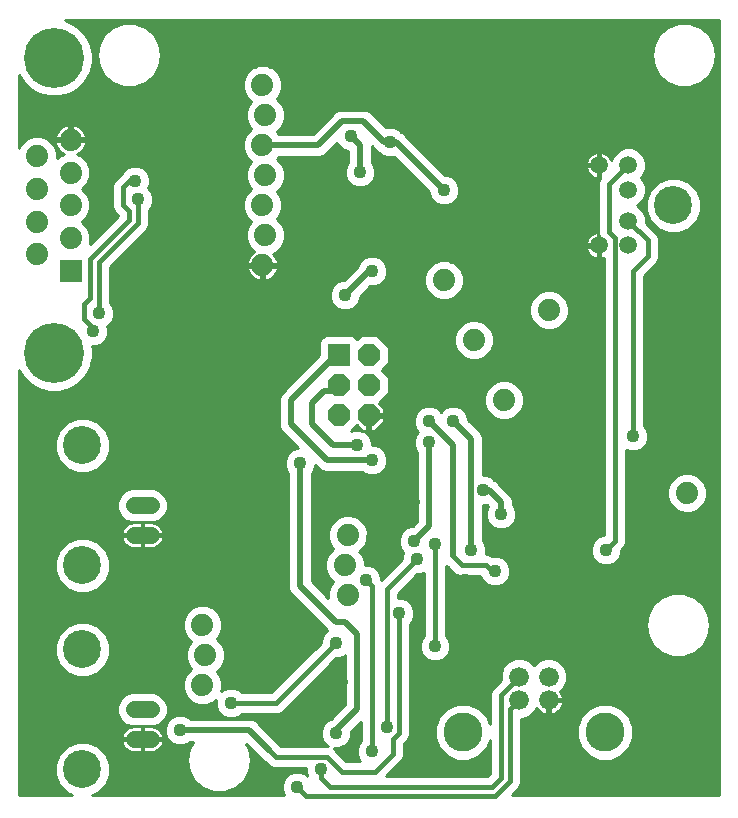
<source format=gbl>
G75*
G70*
%OFA0B0*%
%FSLAX24Y24*%
%IPPOS*%
%LPD*%
%AMOC8*
5,1,8,0,0,1.08239X$1,22.5*
%
%ADD10C,0.0594*%
%ADD11C,0.1266*%
%ADD12R,0.0740X0.0740*%
%ADD13C,0.0740*%
%ADD14C,0.2000*%
%ADD15C,0.0555*%
%ADD16C,0.0660*%
%ADD17C,0.1300*%
%ADD18OC8,0.0740*%
%ADD19C,0.0100*%
%ADD20C,0.0436*%
%ADD21C,0.0200*%
%ADD22C,0.0150*%
%ADD23C,0.0160*%
D10*
X028624Y020223D03*
X029609Y020223D03*
X029609Y021049D03*
X029609Y022073D03*
X029609Y022900D03*
X028624Y022900D03*
D11*
X031105Y021561D03*
X011405Y013561D03*
X011405Y009561D03*
X011405Y006761D03*
X011405Y002761D03*
D12*
X019955Y016561D03*
X011014Y019380D03*
D13*
X009896Y019927D03*
X011014Y020471D03*
X009896Y021018D03*
X011014Y021561D03*
X009896Y022105D03*
X011014Y022652D03*
X009896Y023195D03*
X011014Y023742D03*
X017405Y023561D03*
X017505Y022561D03*
X017405Y021561D03*
X017505Y020561D03*
X017405Y019561D03*
X023455Y019061D03*
X024455Y017061D03*
X025455Y015061D03*
X026955Y018061D03*
X031555Y011961D03*
X020255Y010561D03*
X020155Y009561D03*
X020255Y008561D03*
X015405Y007561D03*
X015505Y006561D03*
X015405Y005561D03*
X017505Y024561D03*
X017405Y025561D03*
D14*
X010455Y026483D03*
X010455Y016640D03*
D15*
X013128Y011561D02*
X013682Y011561D01*
X013682Y010561D02*
X013128Y010561D01*
X013128Y004761D02*
X013682Y004761D01*
X013682Y003761D02*
X013128Y003761D01*
D16*
X025963Y005061D03*
X025963Y005841D03*
X026947Y005841D03*
X026947Y005061D03*
D17*
X028825Y003991D03*
X024085Y003991D03*
D18*
X020955Y014561D03*
X019955Y014561D03*
X019955Y015561D03*
X020955Y015561D03*
X020955Y016561D03*
D19*
X009295Y016069D02*
X009295Y001901D01*
X011069Y001901D01*
X010882Y001979D01*
X010622Y002238D01*
X010482Y002578D01*
X010482Y002945D01*
X010622Y003284D01*
X010882Y003544D01*
X011221Y003684D01*
X011589Y003684D01*
X011928Y003544D01*
X012188Y003284D01*
X012328Y002945D01*
X012328Y002578D01*
X012188Y002238D01*
X011928Y001979D01*
X011741Y001901D01*
X018113Y001901D01*
X018047Y002060D01*
X018047Y002262D01*
X018124Y002449D01*
X018267Y002592D01*
X018454Y002669D01*
X018656Y002669D01*
X018843Y002592D01*
X018898Y002537D01*
X018847Y002660D01*
X018847Y002796D01*
X017782Y002796D01*
X017648Y002852D01*
X017494Y003006D01*
X017434Y003031D01*
X016872Y003592D01*
X016966Y003429D01*
X016966Y003429D01*
X017031Y003061D01*
X017031Y003061D01*
X016966Y002693D01*
X016966Y002693D01*
X016780Y002369D01*
X016780Y002369D01*
X016780Y002369D01*
X016493Y002129D01*
X016493Y002129D01*
X016142Y002001D01*
X015768Y002001D01*
X015417Y002129D01*
X015417Y002129D01*
X015130Y002369D01*
X015130Y002369D01*
X014944Y002693D01*
X014879Y003061D01*
X014944Y003429D01*
X015083Y003671D01*
X014984Y003671D01*
X014943Y003631D01*
X014756Y003553D01*
X014554Y003553D01*
X014367Y003631D01*
X014224Y003773D01*
X014147Y003960D01*
X014147Y004162D01*
X014224Y004349D01*
X014367Y004492D01*
X014554Y004569D01*
X014756Y004569D01*
X014943Y004492D01*
X014984Y004451D01*
X017033Y004451D01*
X017176Y004392D01*
X017286Y004282D01*
X017986Y003582D01*
X018009Y003526D01*
X019577Y003526D01*
X019567Y003531D01*
X019424Y003673D01*
X019347Y003860D01*
X019347Y004062D01*
X019424Y004249D01*
X019567Y004392D01*
X019682Y004439D01*
X020165Y004923D01*
X020165Y006553D01*
X020143Y006531D01*
X019956Y006453D01*
X019863Y006453D01*
X018062Y004652D01*
X017928Y004596D01*
X016709Y004596D01*
X016643Y004531D01*
X016456Y004453D01*
X016254Y004453D01*
X016067Y004531D01*
X015924Y004673D01*
X015847Y004860D01*
X015847Y005062D01*
X015852Y005075D01*
X015779Y005002D01*
X015536Y004901D01*
X015274Y004901D01*
X015031Y005002D01*
X014845Y005187D01*
X014745Y005430D01*
X014745Y005693D01*
X014845Y005935D01*
X015022Y006111D01*
X014945Y006187D01*
X014845Y006430D01*
X014845Y006693D01*
X014945Y006935D01*
X015022Y007011D01*
X014845Y007187D01*
X014745Y007430D01*
X014745Y007693D01*
X014845Y007935D01*
X015031Y008121D01*
X015274Y008221D01*
X015536Y008221D01*
X015779Y008121D01*
X015965Y007935D01*
X016065Y007693D01*
X016065Y007430D01*
X015965Y007187D01*
X015888Y007111D01*
X016065Y006935D01*
X016165Y006693D01*
X016165Y006430D01*
X016065Y006187D01*
X015888Y006011D01*
X015965Y005935D01*
X016065Y005693D01*
X016065Y005430D01*
X016037Y005361D01*
X016067Y005392D01*
X016254Y005469D01*
X016456Y005469D01*
X016643Y005392D01*
X016709Y005326D01*
X017704Y005326D01*
X019347Y006969D01*
X019347Y007062D01*
X019424Y007249D01*
X019567Y007392D01*
X019571Y007394D01*
X019524Y007440D01*
X018324Y008640D01*
X018265Y008784D01*
X018265Y012633D01*
X018224Y012673D01*
X018147Y012860D01*
X018147Y013062D01*
X018224Y013249D01*
X018367Y013392D01*
X018554Y013469D01*
X018595Y013469D01*
X018134Y013931D01*
X018024Y014040D01*
X017965Y014184D01*
X017965Y015139D01*
X018024Y015282D01*
X019295Y016553D01*
X019295Y016989D01*
X019339Y017096D01*
X019421Y017177D01*
X019527Y017221D01*
X020383Y017221D01*
X020489Y017177D01*
X020563Y017103D01*
X020682Y017221D01*
X021228Y017221D01*
X021615Y016835D01*
X021615Y016288D01*
X021388Y016061D01*
X021615Y015835D01*
X021615Y015288D01*
X021289Y014962D01*
X021475Y014777D01*
X021475Y014611D01*
X021005Y014611D01*
X021005Y014511D01*
X021005Y014041D01*
X021170Y014041D01*
X021475Y014346D01*
X021475Y014511D01*
X021005Y014511D01*
X020905Y014511D01*
X020905Y014041D01*
X020740Y014041D01*
X020554Y014227D01*
X020356Y014029D01*
X020454Y014069D01*
X020656Y014069D01*
X020843Y013992D01*
X020986Y013849D01*
X021063Y013662D01*
X021063Y013569D01*
X021156Y013569D01*
X021343Y013492D01*
X021486Y013349D01*
X021563Y013162D01*
X021563Y012960D01*
X021486Y012773D01*
X021343Y012631D01*
X021156Y012553D01*
X020954Y012553D01*
X020767Y012631D01*
X020726Y012671D01*
X019477Y012671D01*
X019334Y012731D01*
X019163Y012902D01*
X019163Y012860D01*
X019086Y012673D01*
X019045Y012633D01*
X019045Y009023D01*
X019595Y008473D01*
X019595Y008693D01*
X019695Y008935D01*
X019772Y009011D01*
X019595Y009187D01*
X019495Y009430D01*
X019495Y009693D01*
X019595Y009935D01*
X019772Y010111D01*
X019695Y010187D01*
X019595Y010430D01*
X019595Y010693D01*
X019695Y010935D01*
X019881Y011121D01*
X020124Y011221D01*
X020386Y011221D01*
X020629Y011121D01*
X020815Y010935D01*
X020915Y010693D01*
X020915Y010430D01*
X020815Y010187D01*
X020638Y010011D01*
X020715Y009935D01*
X020815Y009693D01*
X020815Y009569D01*
X020956Y009569D01*
X021143Y009492D01*
X021286Y009349D01*
X021363Y009162D01*
X021363Y009086D01*
X022047Y009769D01*
X022047Y009862D01*
X022102Y009996D01*
X022024Y010073D01*
X021947Y010260D01*
X021947Y010462D01*
X022024Y010649D01*
X022167Y010792D01*
X022354Y010869D01*
X022412Y010869D01*
X022565Y011023D01*
X022565Y013333D01*
X022524Y013373D01*
X022447Y013560D01*
X022447Y013762D01*
X022524Y013949D01*
X022586Y014011D01*
X022524Y014073D01*
X022447Y014260D01*
X022447Y014462D01*
X022524Y014649D01*
X022667Y014792D01*
X022854Y014869D01*
X023056Y014869D01*
X023243Y014792D01*
X023355Y014680D01*
X023467Y014792D01*
X023654Y014869D01*
X023856Y014869D01*
X024043Y014792D01*
X024186Y014649D01*
X024263Y014462D01*
X024263Y014405D01*
X024576Y014092D01*
X024686Y013982D01*
X024745Y013839D01*
X024745Y012569D01*
X024856Y012569D01*
X025043Y012492D01*
X025120Y012415D01*
X025176Y012392D01*
X025286Y012282D01*
X025686Y011882D01*
X025745Y011739D01*
X025745Y011590D01*
X025786Y011549D01*
X025863Y011362D01*
X025863Y011160D01*
X025786Y010973D01*
X025643Y010831D01*
X025456Y010753D01*
X025254Y010753D01*
X025067Y010831D01*
X024924Y010973D01*
X024847Y011160D01*
X024847Y011362D01*
X024922Y011543D01*
X024895Y011569D01*
X024856Y011553D01*
X024745Y011553D01*
X024745Y010390D01*
X024786Y010349D01*
X024863Y010162D01*
X024863Y009960D01*
X024851Y009931D01*
X024929Y009931D01*
X025065Y009875D01*
X025070Y009869D01*
X025256Y009869D01*
X025443Y009792D01*
X025586Y009649D01*
X025663Y009462D01*
X025663Y009260D01*
X025586Y009073D01*
X025443Y008931D01*
X025256Y008853D01*
X025054Y008853D01*
X024867Y008931D01*
X024724Y009073D01*
X024675Y009191D01*
X023981Y009191D01*
X023845Y009248D01*
X023741Y009352D01*
X023582Y009511D01*
X023534Y009531D01*
X023520Y009545D01*
X023520Y007215D01*
X023586Y007149D01*
X023663Y006962D01*
X023663Y006760D01*
X023586Y006573D01*
X023443Y006431D01*
X023256Y006353D01*
X023054Y006353D01*
X022867Y006431D01*
X022724Y006573D01*
X022647Y006760D01*
X022647Y006962D01*
X022724Y007149D01*
X022790Y007215D01*
X022790Y009309D01*
X022656Y009253D01*
X022563Y009253D01*
X021920Y008610D01*
X021920Y008469D01*
X022056Y008469D01*
X022243Y008392D01*
X022386Y008249D01*
X022463Y008062D01*
X022790Y008062D01*
X022790Y007964D02*
X022463Y007964D01*
X022463Y008062D02*
X022463Y007860D01*
X022386Y007673D01*
X022320Y007608D01*
X022320Y003889D01*
X022264Y003755D01*
X022120Y003610D01*
X022120Y003189D01*
X022064Y003055D01*
X021536Y002526D01*
X024904Y002526D01*
X024990Y002612D01*
X024990Y003720D01*
X024882Y003459D01*
X024617Y003194D01*
X024272Y003051D01*
X023898Y003051D01*
X023553Y003194D01*
X023288Y003459D01*
X023145Y003804D01*
X023145Y004178D01*
X023288Y004524D01*
X023553Y004788D01*
X023898Y004931D01*
X024272Y004931D01*
X024617Y004788D01*
X024882Y004524D01*
X024990Y004263D01*
X024990Y005306D01*
X025046Y005440D01*
X025343Y005737D01*
X025343Y005965D01*
X025437Y006192D01*
X025612Y006367D01*
X025840Y006461D01*
X026086Y006461D01*
X026314Y006367D01*
X026455Y006226D01*
X026596Y006367D01*
X026824Y006461D01*
X027070Y006461D01*
X027298Y006367D01*
X027473Y006192D01*
X027567Y005965D01*
X027567Y005718D01*
X027473Y005490D01*
X027332Y005349D01*
X027358Y005313D01*
X027392Y005246D01*
X027415Y005174D01*
X027427Y005101D01*
X026987Y005101D01*
X026987Y005021D01*
X026987Y004582D01*
X027060Y004593D01*
X027131Y004616D01*
X027199Y004651D01*
X027260Y004695D01*
X027313Y004749D01*
X027358Y004810D01*
X027392Y004877D01*
X027415Y004949D01*
X027427Y005021D01*
X026987Y005021D01*
X026907Y005021D01*
X026907Y004582D01*
X026835Y004593D01*
X026763Y004616D01*
X026696Y004651D01*
X026634Y004695D01*
X026581Y004749D01*
X026537Y004810D01*
X026533Y004817D01*
X026488Y004710D01*
X026314Y004536D01*
X026086Y004441D01*
X026020Y004441D01*
X026020Y002289D01*
X025964Y002155D01*
X025862Y002052D01*
X025711Y001901D01*
X032615Y001901D01*
X032615Y027721D01*
X010816Y027721D01*
X010953Y027685D01*
X011247Y027515D01*
X011487Y027275D01*
X011657Y026980D01*
X011745Y026652D01*
X011745Y026313D01*
X011657Y025985D01*
X011487Y025690D01*
X011247Y025450D01*
X010953Y025280D01*
X010625Y025193D01*
X010285Y025193D01*
X009957Y025280D01*
X009663Y025450D01*
X009423Y025690D01*
X009295Y025912D01*
X009295Y023469D01*
X009336Y023569D01*
X009522Y023755D01*
X009765Y023855D01*
X010027Y023855D01*
X010270Y023755D01*
X010455Y023569D01*
X010556Y023326D01*
X010556Y023127D01*
X010640Y023211D01*
X010789Y023273D01*
X010742Y023298D01*
X010675Y023346D01*
X010617Y023404D01*
X010569Y023470D01*
X010532Y023543D01*
X010507Y023621D01*
X010495Y023692D01*
X010964Y023692D01*
X010964Y023792D01*
X010495Y023792D01*
X010507Y023864D01*
X010532Y023942D01*
X010569Y024015D01*
X010617Y024081D01*
X010675Y024139D01*
X010742Y024187D01*
X010814Y024224D01*
X010892Y024250D01*
X010964Y024261D01*
X010964Y023792D01*
X011064Y023792D01*
X011533Y023792D01*
X011521Y023864D01*
X011496Y023942D01*
X011459Y024015D01*
X011411Y024081D01*
X011353Y024139D01*
X011287Y024187D01*
X011214Y024224D01*
X011136Y024250D01*
X011064Y024261D01*
X011064Y023792D01*
X011064Y023692D01*
X011533Y023692D01*
X011521Y023621D01*
X011496Y023543D01*
X011459Y023470D01*
X011411Y023404D01*
X011353Y023346D01*
X011287Y023298D01*
X011239Y023273D01*
X011388Y023211D01*
X011574Y023026D01*
X011674Y022783D01*
X011674Y022521D01*
X011574Y022278D01*
X011402Y022107D01*
X011574Y021935D01*
X011674Y021693D01*
X011674Y021430D01*
X011574Y021187D01*
X011402Y021016D01*
X011574Y020845D01*
X011674Y020602D01*
X011674Y020339D01*
X011644Y020266D01*
X012589Y021211D01*
X012446Y021355D01*
X012390Y021489D01*
X012390Y022234D01*
X012446Y022368D01*
X012646Y022568D01*
X012646Y022568D01*
X012723Y022645D01*
X012724Y022649D01*
X012867Y022792D01*
X013054Y022869D01*
X013256Y022869D01*
X013443Y022792D01*
X013586Y022649D01*
X013663Y022462D01*
X013663Y022260D01*
X013608Y022127D01*
X013686Y022049D01*
X013763Y021862D01*
X013763Y021660D01*
X013686Y021473D01*
X013620Y021408D01*
X013620Y020889D01*
X013564Y020755D01*
X013462Y020652D01*
X012320Y019510D01*
X012320Y018315D01*
X012386Y018249D01*
X012463Y018062D01*
X012463Y017860D01*
X012386Y017673D01*
X012243Y017531D01*
X012236Y017528D01*
X012263Y017462D01*
X012263Y017260D01*
X012186Y017073D01*
X012043Y016931D01*
X011856Y016853D01*
X011733Y016853D01*
X011745Y016810D01*
X011745Y016470D01*
X011657Y016142D01*
X011487Y015848D01*
X011247Y015608D01*
X010953Y015438D01*
X010625Y015350D01*
X010285Y015350D01*
X009957Y015438D01*
X009663Y015608D01*
X009423Y015848D01*
X009295Y016069D01*
X009295Y016041D02*
X009311Y016041D01*
X009295Y015942D02*
X009368Y015942D01*
X009427Y015844D02*
X009295Y015844D01*
X009295Y015745D02*
X009525Y015745D01*
X009624Y015647D02*
X009295Y015647D01*
X009295Y015548D02*
X009766Y015548D01*
X009936Y015450D02*
X009295Y015450D01*
X009295Y015351D02*
X010280Y015351D01*
X010630Y015351D02*
X018093Y015351D01*
X018012Y015253D02*
X009295Y015253D01*
X009295Y015154D02*
X017971Y015154D01*
X017965Y015056D02*
X009295Y015056D01*
X009295Y014957D02*
X017965Y014957D01*
X017965Y014859D02*
X009295Y014859D01*
X009295Y014760D02*
X017965Y014760D01*
X017965Y014662D02*
X009295Y014662D01*
X009295Y014563D02*
X017965Y014563D01*
X017965Y014465D02*
X011636Y014465D01*
X011589Y014484D02*
X011221Y014484D01*
X010882Y014344D01*
X010622Y014084D01*
X010482Y013745D01*
X010482Y013378D01*
X010622Y013038D01*
X010882Y012779D01*
X011221Y012638D01*
X011589Y012638D01*
X011928Y012779D01*
X012188Y013038D01*
X012328Y013378D01*
X012328Y013745D01*
X012188Y014084D01*
X011928Y014344D01*
X011589Y014484D01*
X011874Y014366D02*
X017965Y014366D01*
X017965Y014268D02*
X012004Y014268D01*
X012102Y014169D02*
X017971Y014169D01*
X018012Y014071D02*
X012193Y014071D01*
X012234Y013972D02*
X018092Y013972D01*
X018191Y013874D02*
X012275Y013874D01*
X012315Y013775D02*
X018289Y013775D01*
X018388Y013677D02*
X012328Y013677D01*
X012328Y013578D02*
X018486Y013578D01*
X018585Y013480D02*
X012328Y013480D01*
X012328Y013381D02*
X018356Y013381D01*
X018258Y013283D02*
X012289Y013283D01*
X012248Y013184D02*
X018197Y013184D01*
X018157Y013086D02*
X012207Y013086D01*
X012136Y012987D02*
X018147Y012987D01*
X018147Y012889D02*
X012038Y012889D01*
X011939Y012790D02*
X018176Y012790D01*
X018217Y012692D02*
X011718Y012692D01*
X011092Y012692D02*
X009295Y012692D01*
X009295Y012790D02*
X010871Y012790D01*
X010772Y012889D02*
X009295Y012889D01*
X009295Y012987D02*
X010674Y012987D01*
X010603Y013086D02*
X009295Y013086D01*
X009295Y013184D02*
X010562Y013184D01*
X010521Y013283D02*
X009295Y013283D01*
X009295Y013381D02*
X010482Y013381D01*
X010482Y013480D02*
X009295Y013480D01*
X009295Y013578D02*
X010482Y013578D01*
X010482Y013677D02*
X009295Y013677D01*
X009295Y013775D02*
X010495Y013775D01*
X010535Y013874D02*
X009295Y013874D01*
X009295Y013972D02*
X010576Y013972D01*
X010617Y014071D02*
X009295Y014071D01*
X009295Y014169D02*
X010708Y014169D01*
X010806Y014268D02*
X009295Y014268D01*
X009295Y014366D02*
X010936Y014366D01*
X011174Y014465D02*
X009295Y014465D01*
X010974Y015450D02*
X018192Y015450D01*
X018290Y015548D02*
X011144Y015548D01*
X011286Y015647D02*
X018389Y015647D01*
X018487Y015745D02*
X011385Y015745D01*
X011483Y015844D02*
X018586Y015844D01*
X018684Y015942D02*
X011542Y015942D01*
X011599Y016041D02*
X018783Y016041D01*
X018881Y016139D02*
X011655Y016139D01*
X011683Y016238D02*
X018980Y016238D01*
X019078Y016336D02*
X011709Y016336D01*
X011736Y016435D02*
X019177Y016435D01*
X019275Y016533D02*
X011745Y016533D01*
X011745Y016632D02*
X019295Y016632D01*
X019295Y016730D02*
X011745Y016730D01*
X011740Y016829D02*
X019295Y016829D01*
X019295Y016927D02*
X012035Y016927D01*
X012138Y017026D02*
X019310Y017026D01*
X019368Y017124D02*
X012207Y017124D01*
X012248Y017223D02*
X023808Y017223D01*
X023795Y017193D02*
X023795Y016930D01*
X023895Y016687D01*
X024081Y016502D01*
X024324Y016401D01*
X024586Y016401D01*
X024829Y016502D01*
X025015Y016687D01*
X025115Y016930D01*
X025115Y017193D01*
X025015Y017435D01*
X024829Y017621D01*
X024586Y017721D01*
X024324Y017721D01*
X024081Y017621D01*
X023895Y017435D01*
X023795Y017193D01*
X023795Y017124D02*
X021325Y017124D01*
X021424Y017026D02*
X023795Y017026D01*
X023796Y016927D02*
X021522Y016927D01*
X021615Y016829D02*
X023837Y016829D01*
X023878Y016730D02*
X021615Y016730D01*
X021615Y016632D02*
X023951Y016632D01*
X024050Y016533D02*
X021615Y016533D01*
X021615Y016435D02*
X024243Y016435D01*
X024667Y016435D02*
X028790Y016435D01*
X028790Y016533D02*
X024860Y016533D01*
X024959Y016632D02*
X028790Y016632D01*
X028790Y016730D02*
X025032Y016730D01*
X025073Y016829D02*
X028790Y016829D01*
X028790Y016927D02*
X025114Y016927D01*
X025115Y017026D02*
X028790Y017026D01*
X028790Y017124D02*
X025115Y017124D01*
X025102Y017223D02*
X028790Y017223D01*
X028790Y017321D02*
X025062Y017321D01*
X025021Y017420D02*
X026779Y017420D01*
X026824Y017401D02*
X027086Y017401D01*
X027329Y017502D01*
X027515Y017687D01*
X027615Y017930D01*
X027615Y018193D01*
X027515Y018435D01*
X027329Y018621D01*
X027086Y018721D01*
X026824Y018721D01*
X026581Y018621D01*
X026395Y018435D01*
X026295Y018193D01*
X026295Y017930D01*
X026395Y017687D01*
X026581Y017502D01*
X026824Y017401D01*
X026565Y017518D02*
X024931Y017518D01*
X024833Y017617D02*
X026466Y017617D01*
X026384Y017715D02*
X024601Y017715D01*
X024309Y017715D02*
X012403Y017715D01*
X012444Y017814D02*
X026343Y017814D01*
X026302Y017912D02*
X012463Y017912D01*
X012463Y018011D02*
X026295Y018011D01*
X026295Y018109D02*
X020392Y018109D01*
X020443Y018131D02*
X020586Y018273D01*
X020663Y018460D01*
X020663Y018518D01*
X020998Y018853D01*
X021156Y018853D01*
X021343Y018931D01*
X021486Y019073D01*
X021563Y019260D01*
X021563Y019462D01*
X021486Y019649D01*
X021343Y019792D01*
X021156Y019869D01*
X020954Y019869D01*
X020767Y019792D01*
X020624Y019649D01*
X020577Y019535D01*
X020112Y019069D01*
X020054Y019069D01*
X019867Y018992D01*
X019724Y018849D01*
X019647Y018662D01*
X019647Y018460D01*
X019724Y018273D01*
X019867Y018131D01*
X020054Y018053D01*
X020256Y018053D01*
X020443Y018131D01*
X020520Y018208D02*
X026301Y018208D01*
X026342Y018306D02*
X020599Y018306D01*
X020640Y018405D02*
X023315Y018405D01*
X023324Y018401D02*
X023586Y018401D01*
X023829Y018502D01*
X024015Y018687D01*
X024115Y018930D01*
X024115Y019193D01*
X028790Y019193D01*
X028790Y019291D02*
X024074Y019291D01*
X024115Y019193D02*
X024015Y019435D01*
X023829Y019621D01*
X023586Y019721D01*
X023324Y019721D01*
X023081Y019621D01*
X022895Y019435D01*
X022795Y019193D01*
X021535Y019193D01*
X021563Y019291D02*
X022836Y019291D01*
X022795Y019193D02*
X022795Y018930D01*
X022895Y018687D01*
X023081Y018502D01*
X023324Y018401D01*
X023080Y018503D02*
X020663Y018503D01*
X020747Y018602D02*
X022981Y018602D01*
X022890Y018700D02*
X020846Y018700D01*
X020944Y018799D02*
X022849Y018799D01*
X022809Y018897D02*
X021263Y018897D01*
X021408Y018996D02*
X022795Y018996D01*
X022795Y019094D02*
X021494Y019094D01*
X021563Y019390D02*
X022877Y019390D01*
X022949Y019488D02*
X021552Y019488D01*
X021512Y019587D02*
X023047Y019587D01*
X023237Y019685D02*
X021450Y019685D01*
X021351Y019784D02*
X028537Y019784D01*
X028520Y019787D02*
X028586Y019776D01*
X028586Y020184D01*
X028663Y020184D01*
X028663Y019776D01*
X028729Y019787D01*
X028790Y019806D01*
X028790Y010569D01*
X028754Y010569D01*
X028567Y010492D01*
X028424Y010349D01*
X028347Y010162D01*
X028347Y009960D01*
X028424Y009773D01*
X028567Y009631D01*
X028754Y009553D01*
X028956Y009553D01*
X029143Y009631D01*
X029286Y009773D01*
X029363Y009960D01*
X029363Y010053D01*
X029464Y010155D01*
X029520Y010289D01*
X029520Y013409D01*
X029654Y013353D01*
X029856Y013353D01*
X030043Y013431D01*
X030186Y013573D01*
X030263Y013760D01*
X030263Y013962D01*
X030186Y014149D01*
X030120Y014215D01*
X030120Y019210D01*
X030462Y019552D01*
X030564Y019655D01*
X030620Y019789D01*
X030620Y020476D01*
X030564Y020610D01*
X030196Y020978D01*
X030196Y021166D01*
X030106Y021382D01*
X029941Y021547D01*
X029907Y021561D01*
X029941Y021575D01*
X030106Y021740D01*
X030196Y021956D01*
X030196Y022190D01*
X030106Y022406D01*
X030026Y022486D01*
X030106Y022567D01*
X030196Y022783D01*
X030196Y023017D01*
X030106Y023232D01*
X029941Y023398D01*
X029725Y023487D01*
X029492Y023487D01*
X029276Y023398D01*
X029111Y023232D01*
X029041Y023064D01*
X029039Y023071D01*
X029007Y023134D01*
X028965Y023191D01*
X028916Y023241D01*
X028859Y023282D01*
X028796Y023314D01*
X028729Y023336D01*
X028663Y023346D01*
X028663Y022938D01*
X028586Y022938D01*
X028586Y022861D01*
X028663Y022861D01*
X028663Y022485D01*
X028646Y022468D01*
X028590Y022334D01*
X028590Y020589D01*
X028646Y020455D01*
X028663Y020437D01*
X028663Y020261D01*
X028586Y020261D01*
X028586Y020184D01*
X028178Y020184D01*
X028188Y020118D01*
X028210Y020051D01*
X028242Y019988D01*
X028283Y019931D01*
X028333Y019882D01*
X028390Y019840D01*
X028453Y019808D01*
X028520Y019787D01*
X028586Y019784D02*
X028663Y019784D01*
X028712Y019784D02*
X028790Y019784D01*
X028790Y019685D02*
X023673Y019685D01*
X023863Y019587D02*
X028790Y019587D01*
X028790Y019488D02*
X023961Y019488D01*
X024033Y019390D02*
X028790Y019390D01*
X028790Y019094D02*
X024115Y019094D01*
X024115Y018996D02*
X028790Y018996D01*
X028790Y018897D02*
X024101Y018897D01*
X024061Y018799D02*
X028790Y018799D01*
X028790Y018700D02*
X027137Y018700D01*
X027348Y018602D02*
X028790Y018602D01*
X028790Y018503D02*
X027446Y018503D01*
X027527Y018405D02*
X028790Y018405D01*
X028790Y018306D02*
X027568Y018306D01*
X027609Y018208D02*
X028790Y018208D01*
X028790Y018109D02*
X027615Y018109D01*
X027615Y018011D02*
X028790Y018011D01*
X028790Y017912D02*
X027608Y017912D01*
X027567Y017814D02*
X028790Y017814D01*
X028790Y017715D02*
X027526Y017715D01*
X027444Y017617D02*
X028790Y017617D01*
X028790Y017518D02*
X027345Y017518D01*
X027131Y017420D02*
X028790Y017420D01*
X028790Y016336D02*
X021615Y016336D01*
X021565Y016238D02*
X028790Y016238D01*
X028790Y016139D02*
X021466Y016139D01*
X021409Y016041D02*
X028790Y016041D01*
X028790Y015942D02*
X021507Y015942D01*
X021606Y015844D02*
X028790Y015844D01*
X028790Y015745D02*
X021615Y015745D01*
X021615Y015647D02*
X025144Y015647D01*
X025081Y015621D02*
X024895Y015435D01*
X024795Y015193D01*
X024795Y014930D01*
X024895Y014687D01*
X025081Y014502D01*
X025324Y014401D01*
X025586Y014401D01*
X025829Y014502D01*
X026015Y014687D01*
X026115Y014930D01*
X026115Y015193D01*
X026015Y015435D01*
X025829Y015621D01*
X025586Y015721D01*
X025324Y015721D01*
X025081Y015621D01*
X025009Y015548D02*
X021615Y015548D01*
X021615Y015450D02*
X024910Y015450D01*
X024861Y015351D02*
X021615Y015351D01*
X021580Y015253D02*
X024820Y015253D01*
X024795Y015154D02*
X021481Y015154D01*
X021383Y015056D02*
X024795Y015056D01*
X024795Y014957D02*
X021294Y014957D01*
X021393Y014859D02*
X022828Y014859D01*
X022635Y014760D02*
X021475Y014760D01*
X021475Y014662D02*
X022537Y014662D01*
X022489Y014563D02*
X021005Y014563D01*
X021005Y014465D02*
X020905Y014465D01*
X020905Y014366D02*
X021005Y014366D01*
X021005Y014268D02*
X020905Y014268D01*
X020905Y014169D02*
X021005Y014169D01*
X021005Y014071D02*
X020905Y014071D01*
X020863Y013972D02*
X022547Y013972D01*
X022527Y014071D02*
X021200Y014071D01*
X021298Y014169D02*
X022485Y014169D01*
X022447Y014268D02*
X021397Y014268D01*
X021475Y014366D02*
X022447Y014366D01*
X022448Y014465D02*
X021475Y014465D01*
X020961Y013874D02*
X022493Y013874D01*
X022452Y013775D02*
X021016Y013775D01*
X021057Y013677D02*
X022447Y013677D01*
X022447Y013578D02*
X021063Y013578D01*
X021355Y013480D02*
X022480Y013480D01*
X022521Y013381D02*
X021454Y013381D01*
X021513Y013283D02*
X022565Y013283D01*
X022565Y013184D02*
X021554Y013184D01*
X021563Y013086D02*
X022565Y013086D01*
X022565Y012987D02*
X021563Y012987D01*
X021534Y012889D02*
X022565Y012889D01*
X022565Y012790D02*
X021493Y012790D01*
X021404Y012692D02*
X022565Y012692D01*
X022565Y012593D02*
X021253Y012593D01*
X020857Y012593D02*
X019045Y012593D01*
X019045Y012495D02*
X022565Y012495D01*
X022565Y012396D02*
X019045Y012396D01*
X019045Y012298D02*
X022565Y012298D01*
X022565Y012199D02*
X019045Y012199D01*
X019045Y012101D02*
X022565Y012101D01*
X022565Y012002D02*
X019045Y012002D01*
X019045Y011904D02*
X022565Y011904D01*
X022565Y011805D02*
X019045Y011805D01*
X019045Y011707D02*
X022565Y011707D01*
X022565Y011608D02*
X019045Y011608D01*
X019045Y011510D02*
X022565Y011510D01*
X022565Y011411D02*
X019045Y011411D01*
X019045Y011313D02*
X022565Y011313D01*
X022565Y011214D02*
X020403Y011214D01*
X020634Y011116D02*
X022565Y011116D01*
X022559Y011017D02*
X020732Y011017D01*
X020821Y010919D02*
X022461Y010919D01*
X022235Y010820D02*
X020862Y010820D01*
X020903Y010722D02*
X022097Y010722D01*
X022014Y010623D02*
X020915Y010623D01*
X020915Y010525D02*
X021973Y010525D01*
X021947Y010426D02*
X020913Y010426D01*
X020873Y010328D02*
X021947Y010328D01*
X021960Y010229D02*
X020832Y010229D01*
X020758Y010131D02*
X022000Y010131D01*
X022065Y010032D02*
X020659Y010032D01*
X020715Y009934D02*
X022076Y009934D01*
X022047Y009835D02*
X020756Y009835D01*
X020797Y009737D02*
X022014Y009737D01*
X021916Y009638D02*
X020815Y009638D01*
X021028Y009540D02*
X021817Y009540D01*
X021719Y009441D02*
X021194Y009441D01*
X021288Y009343D02*
X021620Y009343D01*
X021522Y009244D02*
X021329Y009244D01*
X021363Y009146D02*
X021423Y009146D01*
X021963Y008653D02*
X022790Y008653D01*
X022790Y008555D02*
X021920Y008555D01*
X022088Y008456D02*
X022790Y008456D01*
X022790Y008358D02*
X022277Y008358D01*
X022376Y008259D02*
X022790Y008259D01*
X022790Y008161D02*
X022422Y008161D01*
X022463Y007865D02*
X022790Y007865D01*
X022790Y007767D02*
X022424Y007767D01*
X022381Y007668D02*
X022790Y007668D01*
X022790Y007570D02*
X022320Y007570D01*
X022320Y007471D02*
X022790Y007471D01*
X022790Y007373D02*
X022320Y007373D01*
X022320Y007274D02*
X022790Y007274D01*
X022751Y007176D02*
X022320Y007176D01*
X022320Y007077D02*
X022695Y007077D01*
X022654Y006979D02*
X022320Y006979D01*
X022320Y006880D02*
X022647Y006880D01*
X022647Y006782D02*
X022320Y006782D01*
X022320Y006683D02*
X022679Y006683D01*
X022720Y006585D02*
X022320Y006585D01*
X022320Y006486D02*
X022811Y006486D01*
X022970Y006388D02*
X022320Y006388D01*
X022320Y006289D02*
X025534Y006289D01*
X025437Y006191D02*
X022320Y006191D01*
X022320Y006092D02*
X025396Y006092D01*
X025355Y005994D02*
X022320Y005994D01*
X022320Y005895D02*
X025343Y005895D01*
X025343Y005797D02*
X022320Y005797D01*
X022320Y005698D02*
X025304Y005698D01*
X025205Y005600D02*
X022320Y005600D01*
X022320Y005501D02*
X025107Y005501D01*
X025030Y005403D02*
X022320Y005403D01*
X022320Y005304D02*
X024990Y005304D01*
X024990Y005206D02*
X022320Y005206D01*
X022320Y005107D02*
X024990Y005107D01*
X024990Y005009D02*
X022320Y005009D01*
X022320Y004910D02*
X023847Y004910D01*
X023610Y004812D02*
X022320Y004812D01*
X022320Y004713D02*
X023478Y004713D01*
X023379Y004615D02*
X022320Y004615D01*
X022320Y004516D02*
X023285Y004516D01*
X023244Y004418D02*
X022320Y004418D01*
X022320Y004319D02*
X023203Y004319D01*
X023163Y004221D02*
X022320Y004221D01*
X022320Y004122D02*
X023145Y004122D01*
X023145Y004024D02*
X022320Y004024D01*
X022320Y003925D02*
X023145Y003925D01*
X023145Y003827D02*
X022294Y003827D01*
X022238Y003728D02*
X023176Y003728D01*
X023217Y003630D02*
X022140Y003630D01*
X022120Y003531D02*
X023258Y003531D01*
X023314Y003433D02*
X022120Y003433D01*
X022120Y003334D02*
X023413Y003334D01*
X023511Y003236D02*
X022120Y003236D01*
X022099Y003137D02*
X023690Y003137D01*
X024480Y003137D02*
X024990Y003137D01*
X024990Y003039D02*
X022049Y003039D01*
X021950Y002940D02*
X024990Y002940D01*
X024990Y002842D02*
X021852Y002842D01*
X021753Y002743D02*
X024990Y002743D01*
X024990Y002645D02*
X021655Y002645D01*
X021556Y002546D02*
X024924Y002546D01*
X024990Y003236D02*
X024659Y003236D01*
X024757Y003334D02*
X024990Y003334D01*
X024990Y003433D02*
X024856Y003433D01*
X024912Y003531D02*
X024990Y003531D01*
X024990Y003630D02*
X024953Y003630D01*
X024967Y004319D02*
X024990Y004319D01*
X024990Y004418D02*
X024926Y004418D01*
X024885Y004516D02*
X024990Y004516D01*
X024990Y004615D02*
X024791Y004615D01*
X024692Y004713D02*
X024990Y004713D01*
X024990Y004812D02*
X024560Y004812D01*
X024323Y004910D02*
X024990Y004910D01*
X026020Y004418D02*
X027984Y004418D01*
X028025Y004516D02*
X026267Y004516D01*
X026393Y004615D02*
X026768Y004615D01*
X026907Y004615D02*
X026987Y004615D01*
X026987Y004713D02*
X026907Y004713D01*
X026907Y004812D02*
X026987Y004812D01*
X026987Y004910D02*
X026907Y004910D01*
X026907Y005009D02*
X026987Y005009D01*
X027278Y004713D02*
X028218Y004713D01*
X028293Y004788D02*
X028028Y004524D01*
X027885Y004178D01*
X027885Y003804D01*
X028028Y003459D01*
X028293Y003194D01*
X028638Y003051D01*
X029012Y003051D01*
X029357Y003194D01*
X029622Y003459D01*
X029765Y003804D01*
X029765Y004178D01*
X029622Y004524D01*
X029357Y004788D01*
X029012Y004931D01*
X028638Y004931D01*
X028293Y004788D01*
X028350Y004812D02*
X027359Y004812D01*
X027403Y004910D02*
X028587Y004910D01*
X028119Y004615D02*
X027126Y004615D01*
X027425Y005009D02*
X032615Y005009D01*
X032615Y005107D02*
X027426Y005107D01*
X027405Y005206D02*
X032615Y005206D01*
X032615Y005304D02*
X027362Y005304D01*
X027385Y005403D02*
X032615Y005403D01*
X032615Y005501D02*
X027477Y005501D01*
X027518Y005600D02*
X032615Y005600D01*
X032615Y005698D02*
X027559Y005698D01*
X027567Y005797D02*
X032615Y005797D01*
X032615Y005895D02*
X027567Y005895D01*
X027555Y005994D02*
X032615Y005994D01*
X032615Y006092D02*
X027514Y006092D01*
X027473Y006191D02*
X032615Y006191D01*
X032615Y006289D02*
X027376Y006289D01*
X027248Y006388D02*
X032615Y006388D01*
X032615Y006486D02*
X023499Y006486D01*
X023590Y006585D02*
X030839Y006585D01*
X030717Y006629D02*
X031068Y006501D01*
X031189Y006501D01*
X031442Y006501D01*
X031793Y006629D01*
X031793Y006629D01*
X032080Y006869D01*
X032080Y006869D01*
X032080Y006869D01*
X032266Y007193D01*
X032331Y007561D01*
X032266Y007929D01*
X032080Y008253D01*
X031793Y008493D01*
X031442Y008621D01*
X031068Y008621D01*
X030717Y008493D01*
X030430Y008253D01*
X030244Y007929D01*
X030179Y007561D01*
X030244Y007193D01*
X030430Y006869D01*
X030717Y006629D01*
X030717Y006629D01*
X030652Y006683D02*
X023631Y006683D01*
X023663Y006782D02*
X030535Y006782D01*
X030430Y006869D02*
X030430Y006869D01*
X030424Y006880D02*
X023663Y006880D01*
X023656Y006979D02*
X030367Y006979D01*
X030310Y007077D02*
X023615Y007077D01*
X023559Y007176D02*
X030254Y007176D01*
X030244Y007193D02*
X030244Y007193D01*
X030229Y007274D02*
X023520Y007274D01*
X023520Y007373D02*
X030212Y007373D01*
X030195Y007471D02*
X023520Y007471D01*
X023520Y007570D02*
X030180Y007570D01*
X030179Y007561D02*
X030179Y007561D01*
X030198Y007668D02*
X023520Y007668D01*
X023520Y007767D02*
X030215Y007767D01*
X030232Y007865D02*
X023520Y007865D01*
X023520Y007964D02*
X030263Y007964D01*
X030244Y007929D02*
X030244Y007929D01*
X030320Y008062D02*
X023520Y008062D01*
X023520Y008161D02*
X030377Y008161D01*
X030430Y008253D02*
X030430Y008253D01*
X030430Y008253D01*
X030438Y008259D02*
X023520Y008259D01*
X023520Y008358D02*
X030555Y008358D01*
X030673Y008456D02*
X023520Y008456D01*
X023520Y008555D02*
X030885Y008555D01*
X030717Y008493D02*
X030717Y008493D01*
X031625Y008555D02*
X032615Y008555D01*
X032615Y008653D02*
X023520Y008653D01*
X023520Y008752D02*
X032615Y008752D01*
X032615Y008850D02*
X023520Y008850D01*
X023520Y008949D02*
X024849Y008949D01*
X024750Y009047D02*
X023520Y009047D01*
X023520Y009146D02*
X024694Y009146D01*
X025461Y008949D02*
X032615Y008949D01*
X032615Y009047D02*
X025560Y009047D01*
X025616Y009146D02*
X032615Y009146D01*
X032615Y009244D02*
X025657Y009244D01*
X025663Y009343D02*
X032615Y009343D01*
X032615Y009441D02*
X025663Y009441D01*
X025631Y009540D02*
X032615Y009540D01*
X032615Y009638D02*
X029151Y009638D01*
X029249Y009737D02*
X032615Y009737D01*
X032615Y009835D02*
X029311Y009835D01*
X029352Y009934D02*
X032615Y009934D01*
X032615Y010032D02*
X029363Y010032D01*
X029441Y010131D02*
X032615Y010131D01*
X032615Y010229D02*
X029495Y010229D01*
X029520Y010328D02*
X032615Y010328D01*
X032615Y010426D02*
X029520Y010426D01*
X029520Y010525D02*
X032615Y010525D01*
X032615Y010623D02*
X029520Y010623D01*
X029520Y010722D02*
X032615Y010722D01*
X032615Y010820D02*
X029520Y010820D01*
X029520Y010919D02*
X032615Y010919D01*
X032615Y011017D02*
X029520Y011017D01*
X029520Y011116D02*
X032615Y011116D01*
X032615Y011214D02*
X029520Y011214D01*
X029520Y011313D02*
X031396Y011313D01*
X031424Y011301D02*
X031686Y011301D01*
X031929Y011402D01*
X032115Y011587D01*
X032215Y011830D01*
X032215Y012093D01*
X032115Y012335D01*
X031929Y012521D01*
X031686Y012621D01*
X031424Y012621D01*
X031181Y012521D01*
X030995Y012335D01*
X030895Y012093D01*
X030895Y011830D01*
X030995Y011587D01*
X031181Y011402D01*
X031424Y011301D01*
X031172Y011411D02*
X029520Y011411D01*
X029520Y011510D02*
X031073Y011510D01*
X030987Y011608D02*
X029520Y011608D01*
X029520Y011707D02*
X030946Y011707D01*
X030905Y011805D02*
X029520Y011805D01*
X029520Y011904D02*
X030895Y011904D01*
X030895Y012002D02*
X029520Y012002D01*
X029520Y012101D02*
X030898Y012101D01*
X030939Y012199D02*
X029520Y012199D01*
X029520Y012298D02*
X030980Y012298D01*
X031057Y012396D02*
X029520Y012396D01*
X029520Y012495D02*
X031155Y012495D01*
X031356Y012593D02*
X029520Y012593D01*
X029520Y012692D02*
X032615Y012692D01*
X032615Y012790D02*
X029520Y012790D01*
X029520Y012889D02*
X032615Y012889D01*
X032615Y012987D02*
X029520Y012987D01*
X029520Y013086D02*
X032615Y013086D01*
X032615Y013184D02*
X029520Y013184D01*
X029520Y013283D02*
X032615Y013283D01*
X032615Y013381D02*
X029924Y013381D01*
X030092Y013480D02*
X032615Y013480D01*
X032615Y013578D02*
X030188Y013578D01*
X030229Y013677D02*
X032615Y013677D01*
X032615Y013775D02*
X030263Y013775D01*
X030263Y013874D02*
X032615Y013874D01*
X032615Y013972D02*
X030259Y013972D01*
X030218Y014071D02*
X032615Y014071D01*
X032615Y014169D02*
X030166Y014169D01*
X030120Y014268D02*
X032615Y014268D01*
X032615Y014366D02*
X030120Y014366D01*
X030120Y014465D02*
X032615Y014465D01*
X032615Y014563D02*
X030120Y014563D01*
X030120Y014662D02*
X032615Y014662D01*
X032615Y014760D02*
X030120Y014760D01*
X030120Y014859D02*
X032615Y014859D01*
X032615Y014957D02*
X030120Y014957D01*
X030120Y015056D02*
X032615Y015056D01*
X032615Y015154D02*
X030120Y015154D01*
X030120Y015253D02*
X032615Y015253D01*
X032615Y015351D02*
X030120Y015351D01*
X030120Y015450D02*
X032615Y015450D01*
X032615Y015548D02*
X030120Y015548D01*
X030120Y015647D02*
X032615Y015647D01*
X032615Y015745D02*
X030120Y015745D01*
X030120Y015844D02*
X032615Y015844D01*
X032615Y015942D02*
X030120Y015942D01*
X030120Y016041D02*
X032615Y016041D01*
X032615Y016139D02*
X030120Y016139D01*
X030120Y016238D02*
X032615Y016238D01*
X032615Y016336D02*
X030120Y016336D01*
X030120Y016435D02*
X032615Y016435D01*
X032615Y016533D02*
X030120Y016533D01*
X030120Y016632D02*
X032615Y016632D01*
X032615Y016730D02*
X030120Y016730D01*
X030120Y016829D02*
X032615Y016829D01*
X032615Y016927D02*
X030120Y016927D01*
X030120Y017026D02*
X032615Y017026D01*
X032615Y017124D02*
X030120Y017124D01*
X030120Y017223D02*
X032615Y017223D01*
X032615Y017321D02*
X030120Y017321D01*
X030120Y017420D02*
X032615Y017420D01*
X032615Y017518D02*
X030120Y017518D01*
X030120Y017617D02*
X032615Y017617D01*
X032615Y017715D02*
X030120Y017715D01*
X030120Y017814D02*
X032615Y017814D01*
X032615Y017912D02*
X030120Y017912D01*
X030120Y018011D02*
X032615Y018011D01*
X032615Y018109D02*
X030120Y018109D01*
X030120Y018208D02*
X032615Y018208D01*
X032615Y018306D02*
X030120Y018306D01*
X030120Y018405D02*
X032615Y018405D01*
X032615Y018503D02*
X030120Y018503D01*
X030120Y018602D02*
X032615Y018602D01*
X032615Y018700D02*
X030120Y018700D01*
X030120Y018799D02*
X032615Y018799D01*
X032615Y018897D02*
X030120Y018897D01*
X030120Y018996D02*
X032615Y018996D01*
X032615Y019094D02*
X030120Y019094D01*
X030120Y019193D02*
X032615Y019193D01*
X032615Y019291D02*
X030201Y019291D01*
X030300Y019390D02*
X032615Y019390D01*
X032615Y019488D02*
X030398Y019488D01*
X030497Y019587D02*
X032615Y019587D01*
X032615Y019685D02*
X030577Y019685D01*
X030618Y019784D02*
X032615Y019784D01*
X032615Y019882D02*
X030620Y019882D01*
X030620Y019981D02*
X032615Y019981D01*
X032615Y020079D02*
X030620Y020079D01*
X030620Y020178D02*
X032615Y020178D01*
X032615Y020276D02*
X030620Y020276D01*
X030620Y020375D02*
X032615Y020375D01*
X032615Y020473D02*
X030620Y020473D01*
X030580Y020572D02*
X032615Y020572D01*
X032615Y020670D02*
X031366Y020670D01*
X031288Y020638D02*
X031627Y020779D01*
X031887Y021038D01*
X032028Y021378D01*
X032028Y021745D01*
X031887Y022084D01*
X031627Y022344D01*
X031288Y022484D01*
X030921Y022484D01*
X030582Y022344D01*
X030322Y022084D01*
X030182Y021745D01*
X030182Y021378D01*
X030322Y021038D01*
X030582Y020779D01*
X030921Y020638D01*
X031288Y020638D01*
X031604Y020769D02*
X032615Y020769D01*
X032615Y020867D02*
X031716Y020867D01*
X031815Y020966D02*
X032615Y020966D01*
X032615Y021064D02*
X031898Y021064D01*
X031939Y021163D02*
X032615Y021163D01*
X032615Y021261D02*
X031979Y021261D01*
X032020Y021360D02*
X032615Y021360D01*
X032615Y021458D02*
X032028Y021458D01*
X032028Y021557D02*
X032615Y021557D01*
X032615Y021655D02*
X032028Y021655D01*
X032024Y021754D02*
X032615Y021754D01*
X032615Y021852D02*
X031983Y021852D01*
X031942Y021951D02*
X032615Y021951D01*
X032615Y022049D02*
X031902Y022049D01*
X031823Y022148D02*
X032615Y022148D01*
X032615Y022246D02*
X031725Y022246D01*
X031625Y022345D02*
X032615Y022345D01*
X032615Y022443D02*
X031387Y022443D01*
X030822Y022443D02*
X030069Y022443D01*
X030081Y022542D02*
X032615Y022542D01*
X032615Y022640D02*
X030137Y022640D01*
X030177Y022739D02*
X032615Y022739D01*
X032615Y022837D02*
X030196Y022837D01*
X030196Y022936D02*
X032615Y022936D01*
X032615Y023034D02*
X030188Y023034D01*
X030148Y023133D02*
X032615Y023133D01*
X032615Y023231D02*
X030107Y023231D01*
X030009Y023330D02*
X032615Y023330D01*
X032615Y023428D02*
X029867Y023428D01*
X029350Y023428D02*
X022639Y023428D01*
X022541Y023527D02*
X032615Y023527D01*
X032615Y023625D02*
X022442Y023625D01*
X022344Y023724D02*
X032615Y023724D01*
X032615Y023822D02*
X022245Y023822D01*
X022186Y023882D02*
X022076Y023992D01*
X022020Y024015D01*
X021943Y024092D01*
X021756Y024169D01*
X021554Y024169D01*
X021515Y024153D01*
X020976Y024692D01*
X020833Y024751D01*
X019977Y024751D01*
X019834Y024692D01*
X019724Y024582D01*
X019093Y023951D01*
X017948Y023951D01*
X017888Y024011D01*
X018065Y024187D01*
X018165Y024430D01*
X018165Y024693D01*
X018065Y024935D01*
X017888Y025111D01*
X017965Y025187D01*
X018065Y025430D01*
X018065Y025693D01*
X017965Y025935D01*
X017779Y026121D01*
X017536Y026221D01*
X017274Y026221D01*
X017031Y026121D01*
X016845Y025935D01*
X016745Y025693D01*
X016745Y025430D01*
X016845Y025187D01*
X017022Y025011D01*
X016945Y024935D01*
X016845Y024693D01*
X016845Y024430D01*
X016945Y024187D01*
X017022Y024111D01*
X016845Y023935D01*
X016745Y023693D01*
X016745Y023430D01*
X016845Y023187D01*
X017022Y023011D01*
X016945Y022935D01*
X016845Y022693D01*
X016845Y022430D01*
X016945Y022187D01*
X017022Y022111D01*
X016845Y021935D01*
X016745Y021693D01*
X016745Y021430D01*
X016845Y021187D01*
X017022Y021011D01*
X016945Y020935D01*
X016845Y020693D01*
X016845Y020430D01*
X016945Y020187D01*
X017129Y020004D01*
X017066Y019958D01*
X017008Y019900D01*
X016960Y019834D01*
X016923Y019761D01*
X016898Y019683D01*
X016886Y019611D01*
X017355Y019611D01*
X017355Y019511D01*
X017455Y019511D01*
X017455Y019043D01*
X017527Y019054D01*
X017605Y019079D01*
X017678Y019117D01*
X017744Y019165D01*
X017802Y019223D01*
X017850Y019289D01*
X017887Y019362D01*
X017912Y019439D01*
X017924Y019511D01*
X017455Y019511D01*
X017455Y019611D01*
X017924Y019611D01*
X017912Y019683D01*
X017887Y019761D01*
X017850Y019834D01*
X017802Y019900D01*
X017752Y019949D01*
X017879Y020002D01*
X018065Y020187D01*
X018165Y020430D01*
X018165Y020693D01*
X018065Y020935D01*
X017888Y021111D01*
X017965Y021187D01*
X018065Y021430D01*
X018065Y021693D01*
X017965Y021935D01*
X017888Y022011D01*
X018065Y022187D01*
X018165Y022430D01*
X018165Y022693D01*
X018065Y022935D01*
X017888Y023111D01*
X017948Y023171D01*
X019333Y023171D01*
X019476Y023231D01*
X019893Y023648D01*
X019924Y023573D01*
X020067Y023431D01*
X020254Y023353D01*
X020265Y023353D01*
X020265Y022990D01*
X020224Y022949D01*
X020147Y022762D01*
X020147Y022560D01*
X020224Y022373D01*
X020367Y022231D01*
X020554Y022153D01*
X020756Y022153D01*
X020943Y022231D01*
X021086Y022373D01*
X021163Y022560D01*
X021163Y022762D01*
X021086Y022949D01*
X021045Y022990D01*
X021045Y023520D01*
X021124Y023440D01*
X021234Y023331D01*
X021290Y023307D01*
X021367Y023231D01*
X021554Y023153D01*
X021756Y023153D01*
X021795Y023169D01*
X022947Y022018D01*
X022947Y021960D01*
X023024Y021773D01*
X023167Y021631D01*
X023354Y021553D01*
X023556Y021553D01*
X023743Y021631D01*
X023886Y021773D01*
X023963Y021960D01*
X023963Y022162D01*
X023886Y022349D01*
X023743Y022492D01*
X023556Y022569D01*
X023498Y022569D01*
X022186Y023882D01*
X022147Y023921D02*
X032615Y023921D01*
X032615Y024019D02*
X022016Y024019D01*
X021881Y024118D02*
X032615Y024118D01*
X032615Y024216D02*
X021451Y024216D01*
X021353Y024315D02*
X032615Y024315D01*
X032615Y024413D02*
X021254Y024413D01*
X021156Y024512D02*
X032615Y024512D01*
X032615Y024610D02*
X021057Y024610D01*
X020935Y024709D02*
X032615Y024709D01*
X032615Y024807D02*
X018117Y024807D01*
X018158Y024709D02*
X019875Y024709D01*
X019753Y024610D02*
X018165Y024610D01*
X018165Y024512D02*
X019654Y024512D01*
X019556Y024413D02*
X018158Y024413D01*
X018117Y024315D02*
X019457Y024315D01*
X019359Y024216D02*
X018076Y024216D01*
X017995Y024118D02*
X019260Y024118D01*
X019162Y024019D02*
X017896Y024019D01*
X017015Y024118D02*
X011374Y024118D01*
X011456Y024019D02*
X016930Y024019D01*
X016840Y023921D02*
X011503Y023921D01*
X011528Y023822D02*
X016799Y023822D01*
X016758Y023724D02*
X011064Y023724D01*
X011064Y023822D02*
X010964Y023822D01*
X010964Y023724D02*
X010301Y023724D01*
X010399Y023625D02*
X010506Y023625D01*
X010473Y023527D02*
X010540Y023527D01*
X010514Y023428D02*
X010599Y023428D01*
X010555Y023330D02*
X010697Y023330D01*
X010688Y023231D02*
X010556Y023231D01*
X010556Y023133D02*
X010562Y023133D01*
X010500Y023822D02*
X010106Y023822D01*
X009685Y023822D02*
X009295Y023822D01*
X009295Y023724D02*
X009491Y023724D01*
X009393Y023625D02*
X009295Y023625D01*
X009295Y023527D02*
X009319Y023527D01*
X009295Y023921D02*
X010525Y023921D01*
X010573Y024019D02*
X009295Y024019D01*
X009295Y024118D02*
X010654Y024118D01*
X010799Y024216D02*
X009295Y024216D01*
X009295Y024315D02*
X016893Y024315D01*
X016852Y024413D02*
X009295Y024413D01*
X009295Y024512D02*
X016845Y024512D01*
X016845Y024610D02*
X009295Y024610D01*
X009295Y024709D02*
X016852Y024709D01*
X016893Y024807D02*
X009295Y024807D01*
X009295Y024906D02*
X016933Y024906D01*
X017015Y025004D02*
X009295Y025004D01*
X009295Y025103D02*
X016930Y025103D01*
X016840Y025201D02*
X010658Y025201D01*
X010987Y025300D02*
X016799Y025300D01*
X016758Y025398D02*
X011157Y025398D01*
X011294Y025497D02*
X016745Y025497D01*
X016745Y025595D02*
X013400Y025595D01*
X013493Y025629D02*
X013493Y025629D01*
X013142Y025501D01*
X013021Y025501D01*
X012768Y025501D01*
X012417Y025629D01*
X012417Y025629D01*
X012130Y025869D01*
X012130Y025869D01*
X011944Y026193D01*
X011944Y026193D01*
X011879Y026561D01*
X011879Y026561D01*
X011944Y026929D01*
X011944Y026929D01*
X012130Y027253D01*
X012130Y027253D01*
X012130Y027253D01*
X012417Y027493D01*
X012417Y027493D01*
X012768Y027621D01*
X013142Y027621D01*
X013493Y027493D01*
X013493Y027493D01*
X013780Y027253D01*
X013780Y027253D01*
X013966Y026929D01*
X013966Y026929D01*
X014031Y026561D01*
X014031Y026561D01*
X013966Y026193D01*
X013966Y026193D01*
X013780Y025869D01*
X013780Y025869D01*
X013780Y025869D01*
X013493Y025629D01*
X013570Y025694D02*
X016746Y025694D01*
X016786Y025792D02*
X013688Y025792D01*
X013792Y025891D02*
X016827Y025891D01*
X016900Y025989D02*
X013849Y025989D01*
X013906Y026088D02*
X016998Y026088D01*
X017189Y026186D02*
X013963Y026186D01*
X013983Y026285D02*
X030427Y026285D01*
X030444Y026193D02*
X030444Y026193D01*
X030630Y025869D01*
X030917Y025629D01*
X031268Y025501D01*
X031389Y025501D01*
X031642Y025501D01*
X031993Y025629D01*
X031993Y025629D01*
X032280Y025869D01*
X032280Y025869D01*
X032280Y025869D01*
X032466Y026193D01*
X032531Y026561D01*
X032466Y026929D01*
X032466Y026929D01*
X032280Y027253D01*
X031993Y027493D01*
X031642Y027621D01*
X031268Y027621D01*
X030917Y027493D01*
X030630Y027253D01*
X030444Y026929D01*
X030379Y026561D01*
X030444Y026193D01*
X030447Y026186D02*
X017621Y026186D01*
X017812Y026088D02*
X030504Y026088D01*
X030561Y025989D02*
X017910Y025989D01*
X017983Y025891D02*
X030618Y025891D01*
X030630Y025869D02*
X030630Y025869D01*
X030722Y025792D02*
X018024Y025792D01*
X018064Y025694D02*
X030840Y025694D01*
X030917Y025629D02*
X030917Y025629D01*
X031010Y025595D02*
X018065Y025595D01*
X018065Y025497D02*
X032615Y025497D01*
X032615Y025595D02*
X031900Y025595D01*
X032070Y025694D02*
X032615Y025694D01*
X032615Y025792D02*
X032188Y025792D01*
X032292Y025891D02*
X032615Y025891D01*
X032615Y025989D02*
X032349Y025989D01*
X032406Y026088D02*
X032615Y026088D01*
X032615Y026186D02*
X032463Y026186D01*
X032466Y026193D02*
X032466Y026193D01*
X032483Y026285D02*
X032615Y026285D01*
X032615Y026383D02*
X032500Y026383D01*
X032517Y026482D02*
X032615Y026482D01*
X032615Y026580D02*
X032528Y026580D01*
X032531Y026561D02*
X032531Y026561D01*
X032511Y026679D02*
X032615Y026679D01*
X032615Y026777D02*
X032493Y026777D01*
X032476Y026876D02*
X032615Y026876D01*
X032615Y026974D02*
X032440Y026974D01*
X032384Y027073D02*
X032615Y027073D01*
X032615Y027171D02*
X032327Y027171D01*
X032280Y027253D02*
X032280Y027253D01*
X032260Y027270D02*
X032615Y027270D01*
X032615Y027368D02*
X032142Y027368D01*
X032025Y027467D02*
X032615Y027467D01*
X032615Y027565D02*
X031796Y027565D01*
X031993Y027493D02*
X031993Y027493D01*
X032615Y027664D02*
X010989Y027664D01*
X011160Y027565D02*
X012614Y027565D01*
X012385Y027467D02*
X011295Y027467D01*
X011394Y027368D02*
X012268Y027368D01*
X012150Y027270D02*
X011490Y027270D01*
X011547Y027171D02*
X012083Y027171D01*
X012026Y027073D02*
X011604Y027073D01*
X011659Y026974D02*
X011970Y026974D01*
X011934Y026876D02*
X011685Y026876D01*
X011712Y026777D02*
X011917Y026777D01*
X011899Y026679D02*
X011738Y026679D01*
X011745Y026580D02*
X011882Y026580D01*
X011893Y026482D02*
X011745Y026482D01*
X011745Y026383D02*
X011910Y026383D01*
X011927Y026285D02*
X011738Y026285D01*
X011711Y026186D02*
X011947Y026186D01*
X012004Y026088D02*
X011685Y026088D01*
X011658Y025989D02*
X012061Y025989D01*
X012118Y025891D02*
X011603Y025891D01*
X011546Y025792D02*
X012222Y025792D01*
X012340Y025694D02*
X011489Y025694D01*
X011392Y025595D02*
X012510Y025595D01*
X013142Y025501D02*
X013142Y025501D01*
X014000Y026383D02*
X030410Y026383D01*
X030393Y026482D02*
X014017Y026482D01*
X014028Y026580D02*
X030382Y026580D01*
X030379Y026561D02*
X030379Y026561D01*
X030399Y026679D02*
X014011Y026679D01*
X013993Y026777D02*
X030417Y026777D01*
X030434Y026876D02*
X013976Y026876D01*
X013940Y026974D02*
X030470Y026974D01*
X030444Y026929D02*
X030444Y026929D01*
X030526Y027073D02*
X013884Y027073D01*
X013827Y027171D02*
X030583Y027171D01*
X030630Y027253D02*
X030630Y027253D01*
X030630Y027253D01*
X030650Y027270D02*
X013760Y027270D01*
X013642Y027368D02*
X030768Y027368D01*
X030885Y027467D02*
X013525Y027467D01*
X013296Y027565D02*
X031114Y027565D01*
X030917Y027493D02*
X030917Y027493D01*
X032615Y025398D02*
X018052Y025398D01*
X018011Y025300D02*
X032615Y025300D01*
X032615Y025201D02*
X017970Y025201D01*
X017897Y025103D02*
X032615Y025103D01*
X032615Y025004D02*
X017995Y025004D01*
X018077Y024906D02*
X032615Y024906D01*
X030584Y022345D02*
X030132Y022345D01*
X030172Y022246D02*
X030484Y022246D01*
X030386Y022148D02*
X030196Y022148D01*
X030196Y022049D02*
X030308Y022049D01*
X030267Y021951D02*
X030193Y021951D01*
X030226Y021852D02*
X030153Y021852D01*
X030185Y021754D02*
X030112Y021754D01*
X030182Y021655D02*
X030021Y021655D01*
X029918Y021557D02*
X030182Y021557D01*
X030182Y021458D02*
X030030Y021458D01*
X030116Y021360D02*
X030189Y021360D01*
X030156Y021261D02*
X030230Y021261D01*
X030196Y021163D02*
X030271Y021163D01*
X030311Y021064D02*
X030196Y021064D01*
X030208Y020966D02*
X030395Y020966D01*
X030307Y020867D02*
X030493Y020867D01*
X030405Y020769D02*
X030606Y020769D01*
X030504Y020670D02*
X030843Y020670D01*
X028663Y020375D02*
X028586Y020375D01*
X028586Y020473D02*
X028638Y020473D01*
X028597Y020572D02*
X028586Y020572D01*
X028586Y020669D02*
X028586Y020261D01*
X028178Y020261D01*
X028188Y020327D01*
X028210Y020394D01*
X028242Y020457D01*
X028283Y020514D01*
X028333Y020564D01*
X028390Y020605D01*
X028453Y020637D01*
X028520Y020659D01*
X028586Y020669D01*
X028590Y020670D02*
X018165Y020670D01*
X018165Y020572D02*
X028344Y020572D01*
X028254Y020473D02*
X018165Y020473D01*
X018142Y020375D02*
X028204Y020375D01*
X028180Y020276D02*
X018101Y020276D01*
X018055Y020178D02*
X028179Y020178D01*
X028201Y020079D02*
X017956Y020079D01*
X017828Y019981D02*
X028247Y019981D01*
X028332Y019882D02*
X017815Y019882D01*
X017875Y019784D02*
X020759Y019784D01*
X020660Y019685D02*
X017911Y019685D01*
X017920Y019488D02*
X020531Y019488D01*
X020598Y019587D02*
X017455Y019587D01*
X017455Y019488D02*
X017355Y019488D01*
X017355Y019511D02*
X017355Y019043D01*
X017283Y019054D01*
X017205Y019079D01*
X017132Y019117D01*
X017066Y019165D01*
X017008Y019223D01*
X016960Y019289D01*
X016923Y019362D01*
X016898Y019439D01*
X016886Y019511D01*
X017355Y019511D01*
X017355Y019587D02*
X012397Y019587D01*
X012320Y019488D02*
X016890Y019488D01*
X016914Y019390D02*
X012320Y019390D01*
X012320Y019291D02*
X016959Y019291D01*
X017038Y019193D02*
X012320Y019193D01*
X012320Y019094D02*
X017176Y019094D01*
X017355Y019094D02*
X017455Y019094D01*
X017455Y019193D02*
X017355Y019193D01*
X017355Y019291D02*
X017455Y019291D01*
X017455Y019390D02*
X017355Y019390D01*
X017634Y019094D02*
X020137Y019094D01*
X020235Y019193D02*
X017772Y019193D01*
X017851Y019291D02*
X020334Y019291D01*
X020432Y019390D02*
X017896Y019390D01*
X017098Y019981D02*
X012791Y019981D01*
X012889Y020079D02*
X017054Y020079D01*
X016955Y020178D02*
X012988Y020178D01*
X013086Y020276D02*
X016909Y020276D01*
X016868Y020375D02*
X013185Y020375D01*
X013283Y020473D02*
X016845Y020473D01*
X016845Y020572D02*
X013382Y020572D01*
X013480Y020670D02*
X016845Y020670D01*
X016877Y020769D02*
X013570Y020769D01*
X013611Y020867D02*
X016917Y020867D01*
X016976Y020966D02*
X013620Y020966D01*
X013620Y021064D02*
X016969Y021064D01*
X016870Y021163D02*
X013620Y021163D01*
X013620Y021261D02*
X016815Y021261D01*
X016774Y021360D02*
X013620Y021360D01*
X013671Y021458D02*
X016745Y021458D01*
X016745Y021557D02*
X013720Y021557D01*
X013761Y021655D02*
X016745Y021655D01*
X016770Y021754D02*
X013763Y021754D01*
X013763Y021852D02*
X016811Y021852D01*
X016861Y021951D02*
X013726Y021951D01*
X013686Y022049D02*
X016960Y022049D01*
X016985Y022148D02*
X013617Y022148D01*
X013657Y022246D02*
X016921Y022246D01*
X016880Y022345D02*
X013663Y022345D01*
X013663Y022443D02*
X016845Y022443D01*
X016845Y022542D02*
X013630Y022542D01*
X013589Y022640D02*
X016845Y022640D01*
X016864Y022739D02*
X013496Y022739D01*
X013333Y022837D02*
X016905Y022837D01*
X016946Y022936D02*
X011611Y022936D01*
X011652Y022837D02*
X012977Y022837D01*
X012814Y022739D02*
X011674Y022739D01*
X011674Y022640D02*
X012718Y022640D01*
X012619Y022542D02*
X011674Y022542D01*
X011642Y022443D02*
X012521Y022443D01*
X012436Y022345D02*
X011601Y022345D01*
X011542Y022246D02*
X012395Y022246D01*
X012390Y022148D02*
X011443Y022148D01*
X011459Y022049D02*
X012390Y022049D01*
X012390Y021951D02*
X011558Y021951D01*
X011608Y021852D02*
X012390Y021852D01*
X012390Y021754D02*
X011649Y021754D01*
X011674Y021655D02*
X012390Y021655D01*
X012390Y021557D02*
X011674Y021557D01*
X011674Y021458D02*
X012403Y021458D01*
X012443Y021360D02*
X011645Y021360D01*
X011604Y021261D02*
X012539Y021261D01*
X012540Y021163D02*
X011549Y021163D01*
X011450Y021064D02*
X012442Y021064D01*
X012343Y020966D02*
X011452Y020966D01*
X011551Y020867D02*
X012245Y020867D01*
X012146Y020769D02*
X011605Y020769D01*
X011646Y020670D02*
X012048Y020670D01*
X011949Y020572D02*
X011674Y020572D01*
X011674Y020473D02*
X011851Y020473D01*
X011752Y020375D02*
X011674Y020375D01*
X011654Y020276D02*
X011648Y020276D01*
X012495Y019685D02*
X016899Y019685D01*
X016935Y019784D02*
X012594Y019784D01*
X012692Y019882D02*
X016995Y019882D01*
X018133Y020769D02*
X028590Y020769D01*
X028590Y020867D02*
X018093Y020867D01*
X018034Y020966D02*
X028590Y020966D01*
X028590Y021064D02*
X017935Y021064D01*
X017940Y021163D02*
X028590Y021163D01*
X028590Y021261D02*
X017995Y021261D01*
X018036Y021360D02*
X028590Y021360D01*
X028590Y021458D02*
X018065Y021458D01*
X018065Y021557D02*
X023345Y021557D01*
X023565Y021557D02*
X028590Y021557D01*
X028590Y021655D02*
X023768Y021655D01*
X023866Y021754D02*
X028590Y021754D01*
X028590Y021852D02*
X023918Y021852D01*
X023959Y021951D02*
X028590Y021951D01*
X028590Y022049D02*
X023963Y022049D01*
X023963Y022148D02*
X028590Y022148D01*
X028590Y022246D02*
X023928Y022246D01*
X023888Y022345D02*
X028595Y022345D01*
X028635Y022443D02*
X023792Y022443D01*
X023623Y022542D02*
X028356Y022542D01*
X028333Y022559D02*
X028390Y022517D01*
X028453Y022485D01*
X028520Y022464D01*
X028586Y022453D01*
X028586Y022861D01*
X028178Y022861D01*
X028188Y022795D01*
X028210Y022728D01*
X028242Y022665D01*
X028283Y022609D01*
X028333Y022559D01*
X028260Y022640D02*
X023427Y022640D01*
X023329Y022739D02*
X028206Y022739D01*
X028181Y022837D02*
X023230Y022837D01*
X023132Y022936D02*
X028586Y022936D01*
X028586Y022938D02*
X028178Y022938D01*
X028188Y023005D01*
X028210Y023071D01*
X028242Y023134D01*
X028283Y023191D01*
X028333Y023241D01*
X028390Y023282D01*
X028453Y023314D01*
X028520Y023336D01*
X028586Y023346D01*
X028586Y022938D01*
X028586Y023034D02*
X028663Y023034D01*
X028663Y023133D02*
X028586Y023133D01*
X028586Y023231D02*
X028663Y023231D01*
X028663Y023330D02*
X028586Y023330D01*
X028501Y023330D02*
X022738Y023330D01*
X022836Y023231D02*
X028323Y023231D01*
X028241Y023133D02*
X022935Y023133D01*
X023033Y023034D02*
X028198Y023034D01*
X028586Y022837D02*
X028663Y022837D01*
X028663Y022739D02*
X028586Y022739D01*
X028586Y022640D02*
X028663Y022640D01*
X028663Y022542D02*
X028586Y022542D01*
X029007Y023133D02*
X029070Y023133D01*
X029110Y023231D02*
X028925Y023231D01*
X028748Y023330D02*
X029208Y023330D01*
X028663Y020276D02*
X028586Y020276D01*
X028586Y020178D02*
X028663Y020178D01*
X028663Y020079D02*
X028586Y020079D01*
X028586Y019981D02*
X028663Y019981D01*
X028663Y019882D02*
X028586Y019882D01*
X026773Y018700D02*
X024020Y018700D01*
X023929Y018602D02*
X026562Y018602D01*
X026464Y018503D02*
X023830Y018503D01*
X023595Y018405D02*
X026383Y018405D01*
X024077Y017617D02*
X012329Y017617D01*
X012240Y017518D02*
X023979Y017518D01*
X023889Y017420D02*
X012263Y017420D01*
X012263Y017321D02*
X023848Y017321D01*
X025766Y015647D02*
X028790Y015647D01*
X028790Y015548D02*
X025901Y015548D01*
X026000Y015450D02*
X028790Y015450D01*
X028790Y015351D02*
X026049Y015351D01*
X026090Y015253D02*
X028790Y015253D01*
X028790Y015154D02*
X026115Y015154D01*
X026115Y015056D02*
X028790Y015056D01*
X028790Y014957D02*
X026115Y014957D01*
X026086Y014859D02*
X028790Y014859D01*
X028790Y014760D02*
X026045Y014760D01*
X025989Y014662D02*
X028790Y014662D01*
X028790Y014563D02*
X025890Y014563D01*
X025740Y014465D02*
X028790Y014465D01*
X028790Y014366D02*
X024302Y014366D01*
X024262Y014465D02*
X025170Y014465D01*
X025020Y014563D02*
X024221Y014563D01*
X024173Y014662D02*
X024921Y014662D01*
X024865Y014760D02*
X024075Y014760D01*
X023882Y014859D02*
X024824Y014859D01*
X024400Y014268D02*
X028790Y014268D01*
X028790Y014169D02*
X024499Y014169D01*
X024597Y014071D02*
X028790Y014071D01*
X028790Y013972D02*
X024690Y013972D01*
X024731Y013874D02*
X028790Y013874D01*
X028790Y013775D02*
X024745Y013775D01*
X024745Y013677D02*
X028790Y013677D01*
X028790Y013578D02*
X024745Y013578D01*
X024745Y013480D02*
X028790Y013480D01*
X028790Y013381D02*
X024745Y013381D01*
X024745Y013283D02*
X028790Y013283D01*
X028790Y013184D02*
X024745Y013184D01*
X024745Y013086D02*
X028790Y013086D01*
X028790Y012987D02*
X024745Y012987D01*
X024745Y012889D02*
X028790Y012889D01*
X028790Y012790D02*
X024745Y012790D01*
X024745Y012692D02*
X028790Y012692D01*
X028790Y012593D02*
X024745Y012593D01*
X025036Y012495D02*
X028790Y012495D01*
X028790Y012396D02*
X025165Y012396D01*
X025270Y012298D02*
X028790Y012298D01*
X028790Y012199D02*
X025369Y012199D01*
X025467Y012101D02*
X028790Y012101D01*
X028790Y012002D02*
X025566Y012002D01*
X025664Y011904D02*
X028790Y011904D01*
X028790Y011805D02*
X025717Y011805D01*
X025745Y011707D02*
X028790Y011707D01*
X028790Y011608D02*
X025745Y011608D01*
X025802Y011510D02*
X028790Y011510D01*
X028790Y011411D02*
X025843Y011411D01*
X025863Y011313D02*
X028790Y011313D01*
X028790Y011214D02*
X025863Y011214D01*
X025845Y011116D02*
X028790Y011116D01*
X028790Y011017D02*
X025804Y011017D01*
X025731Y010919D02*
X028790Y010919D01*
X028790Y010820D02*
X025618Y010820D01*
X025092Y010820D02*
X024745Y010820D01*
X024745Y010722D02*
X028790Y010722D01*
X028790Y010623D02*
X024745Y010623D01*
X024745Y010525D02*
X028646Y010525D01*
X028501Y010426D02*
X024745Y010426D01*
X024795Y010328D02*
X028415Y010328D01*
X028375Y010229D02*
X024835Y010229D01*
X024863Y010131D02*
X028347Y010131D01*
X028347Y010032D02*
X024863Y010032D01*
X024852Y009934D02*
X028358Y009934D01*
X028399Y009835D02*
X025338Y009835D01*
X025498Y009737D02*
X028461Y009737D01*
X028559Y009638D02*
X025590Y009638D01*
X024979Y010919D02*
X024745Y010919D01*
X024745Y011017D02*
X024906Y011017D01*
X024865Y011116D02*
X024745Y011116D01*
X024745Y011214D02*
X024847Y011214D01*
X024847Y011313D02*
X024745Y011313D01*
X024745Y011411D02*
X024867Y011411D01*
X024908Y011510D02*
X024745Y011510D01*
X023525Y009540D02*
X023520Y009540D01*
X023520Y009441D02*
X023652Y009441D01*
X023750Y009343D02*
X023520Y009343D01*
X023520Y009244D02*
X023853Y009244D01*
X022790Y009244D02*
X022554Y009244D01*
X022456Y009146D02*
X022790Y009146D01*
X022790Y009047D02*
X022357Y009047D01*
X022259Y008949D02*
X022790Y008949D01*
X022790Y008850D02*
X022160Y008850D01*
X022062Y008752D02*
X022790Y008752D01*
X020107Y011214D02*
X019045Y011214D01*
X019045Y011116D02*
X019876Y011116D01*
X019778Y011017D02*
X019045Y011017D01*
X019045Y010919D02*
X019689Y010919D01*
X019648Y010820D02*
X019045Y010820D01*
X019045Y010722D02*
X019607Y010722D01*
X019595Y010623D02*
X019045Y010623D01*
X019045Y010525D02*
X019595Y010525D01*
X019597Y010426D02*
X019045Y010426D01*
X019045Y010328D02*
X019637Y010328D01*
X019678Y010229D02*
X019045Y010229D01*
X019045Y010131D02*
X019752Y010131D01*
X019693Y010032D02*
X019045Y010032D01*
X019045Y009934D02*
X019595Y009934D01*
X019554Y009835D02*
X019045Y009835D01*
X019045Y009737D02*
X019513Y009737D01*
X019495Y009638D02*
X019045Y009638D01*
X019045Y009540D02*
X019495Y009540D01*
X019495Y009441D02*
X019045Y009441D01*
X019045Y009343D02*
X019531Y009343D01*
X019572Y009244D02*
X019045Y009244D01*
X019045Y009146D02*
X019637Y009146D01*
X019736Y009047D02*
X019045Y009047D01*
X019119Y008949D02*
X019709Y008949D01*
X019660Y008850D02*
X019218Y008850D01*
X019316Y008752D02*
X019620Y008752D01*
X019595Y008653D02*
X019415Y008653D01*
X019513Y008555D02*
X019595Y008555D01*
X019001Y007964D02*
X015936Y007964D01*
X015993Y007865D02*
X019099Y007865D01*
X019198Y007767D02*
X016034Y007767D01*
X016065Y007668D02*
X019296Y007668D01*
X019395Y007570D02*
X016065Y007570D01*
X016065Y007471D02*
X019493Y007471D01*
X019548Y007373D02*
X016041Y007373D01*
X016001Y007274D02*
X019449Y007274D01*
X019394Y007176D02*
X015953Y007176D01*
X015922Y007077D02*
X019353Y007077D01*
X019347Y006979D02*
X016021Y006979D01*
X016087Y006880D02*
X019258Y006880D01*
X019159Y006782D02*
X016128Y006782D01*
X016165Y006683D02*
X019061Y006683D01*
X018962Y006585D02*
X016165Y006585D01*
X016165Y006486D02*
X018864Y006486D01*
X018765Y006388D02*
X016148Y006388D01*
X016107Y006289D02*
X018667Y006289D01*
X018568Y006191D02*
X016066Y006191D01*
X015969Y006092D02*
X018470Y006092D01*
X018371Y005994D02*
X015906Y005994D01*
X015981Y005895D02*
X018273Y005895D01*
X018174Y005797D02*
X016022Y005797D01*
X016063Y005698D02*
X018076Y005698D01*
X017977Y005600D02*
X016065Y005600D01*
X016065Y005501D02*
X017879Y005501D01*
X017780Y005403D02*
X016617Y005403D01*
X016093Y005403D02*
X016054Y005403D01*
X015847Y005009D02*
X015786Y005009D01*
X015847Y004910D02*
X015558Y004910D01*
X015252Y004910D02*
X014235Y004910D01*
X014250Y004874D02*
X014164Y005083D01*
X014004Y005242D01*
X013795Y005329D01*
X013015Y005329D01*
X012806Y005242D01*
X012646Y005083D01*
X012560Y004874D01*
X012560Y004648D01*
X012646Y004440D01*
X012806Y004280D01*
X013015Y004194D01*
X013795Y004194D01*
X014004Y004280D01*
X014164Y004440D01*
X014250Y004648D01*
X014250Y004874D01*
X014250Y004812D02*
X015867Y004812D01*
X015908Y004713D02*
X014250Y004713D01*
X014236Y004615D02*
X015983Y004615D01*
X016102Y004516D02*
X014884Y004516D01*
X014426Y004516D02*
X014195Y004516D01*
X014142Y004418D02*
X014293Y004418D01*
X014212Y004319D02*
X014043Y004319D01*
X014171Y004221D02*
X013861Y004221D01*
X013847Y004157D02*
X013783Y004178D01*
X013716Y004189D01*
X013434Y004189D01*
X013434Y003790D01*
X014110Y003790D01*
X014110Y003795D01*
X014099Y003861D01*
X014079Y003925D01*
X014161Y003925D01*
X014079Y003925D02*
X014048Y003985D01*
X014009Y004040D01*
X013961Y004087D01*
X013907Y004127D01*
X013847Y004157D01*
X013913Y004122D02*
X014147Y004122D01*
X014147Y004024D02*
X014020Y004024D01*
X014105Y003827D02*
X014202Y003827D01*
X014269Y003728D02*
X014110Y003728D01*
X014110Y003733D01*
X013434Y003733D01*
X013434Y003790D01*
X013376Y003790D01*
X013376Y003733D01*
X012700Y003733D01*
X012700Y003728D01*
X009295Y003728D01*
X009295Y003630D02*
X011090Y003630D01*
X010870Y003531D02*
X009295Y003531D01*
X009295Y003433D02*
X010771Y003433D01*
X010673Y003334D02*
X009295Y003334D01*
X009295Y003236D02*
X010602Y003236D01*
X010562Y003137D02*
X009295Y003137D01*
X009295Y003039D02*
X010521Y003039D01*
X010482Y002940D02*
X009295Y002940D01*
X009295Y002842D02*
X010482Y002842D01*
X010482Y002743D02*
X009295Y002743D01*
X009295Y002645D02*
X010482Y002645D01*
X010495Y002546D02*
X009295Y002546D01*
X009295Y002448D02*
X010536Y002448D01*
X010577Y002349D02*
X009295Y002349D01*
X009295Y002251D02*
X010617Y002251D01*
X010709Y002152D02*
X009295Y002152D01*
X009295Y002054D02*
X010807Y002054D01*
X010939Y001955D02*
X009295Y001955D01*
X009295Y003827D02*
X012705Y003827D01*
X012700Y003795D02*
X012711Y003861D01*
X012731Y003925D01*
X009295Y003925D01*
X009295Y004024D02*
X012790Y004024D01*
X012801Y004040D02*
X012762Y003985D01*
X012731Y003925D01*
X012700Y003795D02*
X012700Y003790D01*
X013376Y003790D01*
X013376Y004189D01*
X013094Y004189D01*
X013027Y004178D01*
X012963Y004157D01*
X012903Y004127D01*
X012849Y004087D01*
X012801Y004040D01*
X012897Y004122D02*
X009295Y004122D01*
X009295Y004221D02*
X012949Y004221D01*
X012767Y004319D02*
X009295Y004319D01*
X009295Y004418D02*
X012668Y004418D01*
X012615Y004516D02*
X009295Y004516D01*
X009295Y004615D02*
X012574Y004615D01*
X012560Y004713D02*
X009295Y004713D01*
X009295Y004812D02*
X012560Y004812D01*
X012575Y004910D02*
X009295Y004910D01*
X009295Y005009D02*
X012616Y005009D01*
X012671Y005107D02*
X009295Y005107D01*
X009295Y005206D02*
X012769Y005206D01*
X012956Y005304D02*
X009295Y005304D01*
X009295Y005403D02*
X014756Y005403D01*
X014745Y005501D02*
X009295Y005501D01*
X009295Y005600D02*
X014745Y005600D01*
X014747Y005698D02*
X009295Y005698D01*
X009295Y005797D02*
X014788Y005797D01*
X014829Y005895D02*
X011726Y005895D01*
X011589Y005838D02*
X011928Y005979D01*
X012188Y006238D01*
X012328Y006578D01*
X012328Y006945D01*
X012188Y007284D01*
X011928Y007544D01*
X011589Y007684D01*
X011221Y007684D01*
X010882Y007544D01*
X010622Y007284D01*
X010482Y006945D01*
X010482Y006578D01*
X010622Y006238D01*
X010882Y005979D01*
X011221Y005838D01*
X011589Y005838D01*
X011943Y005994D02*
X014904Y005994D01*
X015003Y006092D02*
X012041Y006092D01*
X012140Y006191D02*
X014944Y006191D01*
X014903Y006289D02*
X012209Y006289D01*
X012249Y006388D02*
X014862Y006388D01*
X014845Y006486D02*
X012290Y006486D01*
X012328Y006585D02*
X014845Y006585D01*
X014845Y006683D02*
X012328Y006683D01*
X012328Y006782D02*
X014882Y006782D01*
X014923Y006880D02*
X012328Y006880D01*
X012314Y006979D02*
X014989Y006979D01*
X014956Y007077D02*
X012273Y007077D01*
X012232Y007176D02*
X014857Y007176D01*
X014809Y007274D02*
X012192Y007274D01*
X012099Y007373D02*
X014769Y007373D01*
X014745Y007471D02*
X012000Y007471D01*
X011865Y007570D02*
X014745Y007570D01*
X014745Y007668D02*
X011627Y007668D01*
X011183Y007668D02*
X009295Y007668D01*
X009295Y007570D02*
X010945Y007570D01*
X010810Y007471D02*
X009295Y007471D01*
X009295Y007373D02*
X010711Y007373D01*
X010618Y007274D02*
X009295Y007274D01*
X009295Y007176D02*
X010578Y007176D01*
X010537Y007077D02*
X009295Y007077D01*
X009295Y006979D02*
X010496Y006979D01*
X010482Y006880D02*
X009295Y006880D01*
X009295Y006782D02*
X010482Y006782D01*
X010482Y006683D02*
X009295Y006683D01*
X009295Y006585D02*
X010482Y006585D01*
X010520Y006486D02*
X009295Y006486D01*
X009295Y006388D02*
X010561Y006388D01*
X010601Y006289D02*
X009295Y006289D01*
X009295Y006191D02*
X010670Y006191D01*
X010769Y006092D02*
X009295Y006092D01*
X009295Y005994D02*
X010867Y005994D01*
X011084Y005895D02*
X009295Y005895D01*
X009295Y007767D02*
X014776Y007767D01*
X014817Y007865D02*
X009295Y007865D01*
X009295Y007964D02*
X014874Y007964D01*
X014973Y008062D02*
X009295Y008062D01*
X009295Y008161D02*
X015128Y008161D01*
X015682Y008161D02*
X018804Y008161D01*
X018705Y008259D02*
X009295Y008259D01*
X009295Y008358D02*
X018607Y008358D01*
X018508Y008456D02*
X009295Y008456D01*
X009295Y008555D02*
X018410Y008555D01*
X018319Y008653D02*
X011625Y008653D01*
X011589Y008638D02*
X011928Y008779D01*
X012188Y009038D01*
X012328Y009378D01*
X012328Y009745D01*
X012188Y010084D01*
X011928Y010344D01*
X011589Y010484D01*
X011221Y010484D01*
X010882Y010344D01*
X010622Y010084D01*
X010482Y009745D01*
X010482Y009378D01*
X010622Y009038D01*
X010882Y008779D01*
X011221Y008638D01*
X011589Y008638D01*
X011863Y008752D02*
X018278Y008752D01*
X018265Y008850D02*
X011999Y008850D01*
X012098Y008949D02*
X018265Y008949D01*
X018265Y009047D02*
X012191Y009047D01*
X012232Y009146D02*
X018265Y009146D01*
X018265Y009244D02*
X012273Y009244D01*
X012314Y009343D02*
X018265Y009343D01*
X018265Y009441D02*
X012328Y009441D01*
X012328Y009540D02*
X018265Y009540D01*
X018265Y009638D02*
X012328Y009638D01*
X012328Y009737D02*
X018265Y009737D01*
X018265Y009835D02*
X012291Y009835D01*
X012250Y009934D02*
X018265Y009934D01*
X018265Y010032D02*
X012209Y010032D01*
X012141Y010131D02*
X018265Y010131D01*
X018265Y010229D02*
X013953Y010229D01*
X013961Y010235D02*
X014009Y010283D01*
X014048Y010337D01*
X014079Y010397D01*
X014099Y010461D01*
X014110Y010528D01*
X014110Y010533D01*
X013434Y010533D01*
X013434Y010590D01*
X014110Y010590D01*
X014110Y010595D01*
X014099Y010661D01*
X014079Y010725D01*
X014048Y010785D01*
X014009Y010840D01*
X013961Y010887D01*
X013907Y010927D01*
X013847Y010957D01*
X013783Y010978D01*
X013716Y010989D01*
X013434Y010989D01*
X013434Y010590D01*
X013376Y010590D01*
X013376Y010533D01*
X012700Y010533D01*
X012700Y010528D01*
X012711Y010461D01*
X012731Y010397D01*
X012762Y010337D01*
X012801Y010283D01*
X012849Y010235D01*
X012903Y010196D01*
X012963Y010165D01*
X013027Y010144D01*
X013094Y010134D01*
X013376Y010134D01*
X013376Y010533D01*
X013434Y010533D01*
X013434Y010134D01*
X013716Y010134D01*
X013783Y010144D01*
X013847Y010165D01*
X013907Y010196D01*
X013961Y010235D01*
X014041Y010328D02*
X018265Y010328D01*
X018265Y010426D02*
X014088Y010426D01*
X014110Y010525D02*
X018265Y010525D01*
X018265Y010623D02*
X014105Y010623D01*
X014080Y010722D02*
X018265Y010722D01*
X018265Y010820D02*
X014023Y010820D01*
X013918Y010919D02*
X018265Y010919D01*
X018265Y011017D02*
X013852Y011017D01*
X013795Y010994D02*
X014004Y011080D01*
X014164Y011240D01*
X014250Y011448D01*
X014250Y011674D01*
X014164Y011883D01*
X014004Y012042D01*
X013795Y012129D01*
X013015Y012129D01*
X012806Y012042D01*
X012646Y011883D01*
X012560Y011674D01*
X012560Y011448D01*
X012646Y011240D01*
X012806Y011080D01*
X013015Y010994D01*
X013795Y010994D01*
X014040Y011116D02*
X018265Y011116D01*
X018265Y011214D02*
X014138Y011214D01*
X014194Y011313D02*
X018265Y011313D01*
X018265Y011411D02*
X014235Y011411D01*
X014250Y011510D02*
X018265Y011510D01*
X018265Y011608D02*
X014250Y011608D01*
X014236Y011707D02*
X018265Y011707D01*
X018265Y011805D02*
X014196Y011805D01*
X014142Y011904D02*
X018265Y011904D01*
X018265Y012002D02*
X014044Y012002D01*
X013863Y012101D02*
X018265Y012101D01*
X018265Y012199D02*
X009295Y012199D01*
X009295Y012101D02*
X012947Y012101D01*
X012766Y012002D02*
X009295Y012002D01*
X009295Y011904D02*
X012668Y011904D01*
X012614Y011805D02*
X009295Y011805D01*
X009295Y011707D02*
X012574Y011707D01*
X012560Y011608D02*
X009295Y011608D01*
X009295Y011510D02*
X012560Y011510D01*
X012575Y011411D02*
X009295Y011411D01*
X009295Y011313D02*
X012616Y011313D01*
X012672Y011214D02*
X009295Y011214D01*
X009295Y011116D02*
X012770Y011116D01*
X012958Y011017D02*
X009295Y011017D01*
X009295Y010919D02*
X012892Y010919D01*
X012903Y010927D02*
X012849Y010887D01*
X012801Y010840D01*
X012762Y010785D01*
X012731Y010725D01*
X012711Y010661D01*
X012700Y010595D01*
X012700Y010590D01*
X013376Y010590D01*
X013376Y010989D01*
X013094Y010989D01*
X013027Y010978D01*
X012963Y010957D01*
X012903Y010927D01*
X012787Y010820D02*
X009295Y010820D01*
X009295Y010722D02*
X012730Y010722D01*
X012705Y010623D02*
X009295Y010623D01*
X009295Y010525D02*
X012700Y010525D01*
X012722Y010426D02*
X011729Y010426D01*
X011944Y010328D02*
X012769Y010328D01*
X012857Y010229D02*
X012042Y010229D01*
X011081Y010426D02*
X009295Y010426D01*
X009295Y010328D02*
X010866Y010328D01*
X010768Y010229D02*
X009295Y010229D01*
X009295Y010131D02*
X010669Y010131D01*
X010601Y010032D02*
X009295Y010032D01*
X009295Y009934D02*
X010560Y009934D01*
X010519Y009835D02*
X009295Y009835D01*
X009295Y009737D02*
X010482Y009737D01*
X010482Y009638D02*
X009295Y009638D01*
X009295Y009540D02*
X010482Y009540D01*
X010482Y009441D02*
X009295Y009441D01*
X009295Y009343D02*
X010496Y009343D01*
X010537Y009244D02*
X009295Y009244D01*
X009295Y009146D02*
X010578Y009146D01*
X010619Y009047D02*
X009295Y009047D01*
X009295Y008949D02*
X010712Y008949D01*
X010811Y008850D02*
X009295Y008850D01*
X009295Y008752D02*
X010947Y008752D01*
X011185Y008653D02*
X009295Y008653D01*
X013376Y010229D02*
X013434Y010229D01*
X013434Y010328D02*
X013376Y010328D01*
X013376Y010426D02*
X013434Y010426D01*
X013434Y010525D02*
X013376Y010525D01*
X013376Y010623D02*
X013434Y010623D01*
X013434Y010722D02*
X013376Y010722D01*
X013376Y010820D02*
X013434Y010820D01*
X013434Y010919D02*
X013376Y010919D01*
X015837Y008062D02*
X018902Y008062D01*
X019798Y006388D02*
X020165Y006388D01*
X020165Y006486D02*
X020036Y006486D01*
X020165Y006289D02*
X019699Y006289D01*
X019601Y006191D02*
X020165Y006191D01*
X020165Y006092D02*
X019502Y006092D01*
X019404Y005994D02*
X020165Y005994D01*
X020165Y005895D02*
X019305Y005895D01*
X019207Y005797D02*
X020165Y005797D01*
X020165Y005698D02*
X019108Y005698D01*
X019010Y005600D02*
X020165Y005600D01*
X020165Y005501D02*
X018911Y005501D01*
X018813Y005403D02*
X020165Y005403D01*
X020165Y005304D02*
X018714Y005304D01*
X018616Y005206D02*
X020165Y005206D01*
X020165Y005107D02*
X018517Y005107D01*
X018419Y005009D02*
X020165Y005009D01*
X020152Y004910D02*
X018320Y004910D01*
X018222Y004812D02*
X020054Y004812D01*
X019955Y004713D02*
X018123Y004713D01*
X017972Y004615D02*
X019857Y004615D01*
X019758Y004516D02*
X016608Y004516D01*
X017113Y004418D02*
X019629Y004418D01*
X019494Y004319D02*
X017249Y004319D01*
X017347Y004221D02*
X019413Y004221D01*
X019372Y004122D02*
X017446Y004122D01*
X017544Y004024D02*
X019347Y004024D01*
X019347Y003925D02*
X017643Y003925D01*
X017741Y003827D02*
X019361Y003827D01*
X019402Y003728D02*
X017840Y003728D01*
X017938Y003630D02*
X019468Y003630D01*
X019566Y003531D02*
X018007Y003531D01*
X017560Y002940D02*
X017010Y002940D01*
X016993Y002842D02*
X017673Y002842D01*
X017426Y003039D02*
X017027Y003039D01*
X017018Y003137D02*
X017327Y003137D01*
X017229Y003236D02*
X017001Y003236D01*
X016983Y003334D02*
X017130Y003334D01*
X017032Y003433D02*
X016964Y003433D01*
X016933Y003531D02*
X016908Y003531D01*
X016975Y002743D02*
X018847Y002743D01*
X018853Y002645D02*
X018715Y002645D01*
X018889Y002546D02*
X018894Y002546D01*
X018395Y002645D02*
X016939Y002645D01*
X016882Y002546D02*
X018221Y002546D01*
X018124Y002448D02*
X016825Y002448D01*
X016756Y002349D02*
X018083Y002349D01*
X018047Y002251D02*
X016638Y002251D01*
X016521Y002152D02*
X018047Y002152D01*
X018050Y002054D02*
X016286Y002054D01*
X015624Y002054D02*
X012003Y002054D01*
X012101Y002152D02*
X015389Y002152D01*
X015272Y002251D02*
X012193Y002251D01*
X012233Y002349D02*
X015154Y002349D01*
X015085Y002448D02*
X012274Y002448D01*
X012315Y002546D02*
X015028Y002546D01*
X014971Y002645D02*
X012328Y002645D01*
X012328Y002743D02*
X014935Y002743D01*
X014917Y002842D02*
X012328Y002842D01*
X012328Y002940D02*
X014900Y002940D01*
X014883Y003039D02*
X012289Y003039D01*
X012248Y003137D02*
X014892Y003137D01*
X014909Y003236D02*
X012208Y003236D01*
X012137Y003334D02*
X013091Y003334D01*
X013094Y003334D02*
X013376Y003334D01*
X013376Y003733D01*
X013434Y003733D01*
X013434Y003334D01*
X013716Y003334D01*
X013783Y003344D01*
X013847Y003365D01*
X013907Y003396D01*
X013961Y003435D01*
X014009Y003483D01*
X014048Y003537D01*
X014079Y003597D01*
X014099Y003661D01*
X014110Y003728D01*
X014089Y003630D02*
X014369Y003630D01*
X014044Y003531D02*
X015002Y003531D01*
X014946Y003433D02*
X013958Y003433D01*
X013719Y003334D02*
X014927Y003334D01*
X014941Y003630D02*
X015059Y003630D01*
X015024Y005009D02*
X014194Y005009D01*
X014139Y005107D02*
X014926Y005107D01*
X014838Y005206D02*
X014041Y005206D01*
X013854Y005304D02*
X014797Y005304D01*
X013434Y004122D02*
X013376Y004122D01*
X013376Y004024D02*
X013434Y004024D01*
X013434Y003925D02*
X013376Y003925D01*
X013376Y003827D02*
X013434Y003827D01*
X013434Y003728D02*
X013376Y003728D01*
X013376Y003630D02*
X013434Y003630D01*
X013434Y003531D02*
X013376Y003531D01*
X013376Y003433D02*
X013434Y003433D01*
X013434Y003334D02*
X013376Y003334D01*
X013094Y003334D02*
X013027Y003344D01*
X012963Y003365D01*
X012903Y003396D01*
X012849Y003435D01*
X012801Y003483D01*
X012762Y003537D01*
X012731Y003597D01*
X012711Y003661D01*
X012700Y003728D01*
X012721Y003630D02*
X011720Y003630D01*
X011940Y003531D02*
X012766Y003531D01*
X012852Y003433D02*
X012039Y003433D01*
X011871Y001955D02*
X018090Y001955D01*
X019779Y003453D02*
X019864Y003368D01*
X020206Y003026D01*
X020671Y003026D01*
X020624Y003073D01*
X020547Y003260D01*
X020547Y003462D01*
X020624Y003649D01*
X020690Y003715D01*
X020690Y004345D01*
X020363Y004018D01*
X020363Y003860D01*
X020286Y003673D01*
X020143Y003531D01*
X019956Y003453D01*
X019779Y003453D01*
X019800Y003433D02*
X020547Y003433D01*
X020547Y003334D02*
X019898Y003334D01*
X019997Y003236D02*
X020557Y003236D01*
X020598Y003137D02*
X020095Y003137D01*
X020194Y003039D02*
X020659Y003039D01*
X020575Y003531D02*
X020144Y003531D01*
X020242Y003630D02*
X020616Y003630D01*
X020690Y003728D02*
X020308Y003728D01*
X020349Y003827D02*
X020690Y003827D01*
X020690Y003925D02*
X020363Y003925D01*
X020369Y004024D02*
X020690Y004024D01*
X020690Y004122D02*
X020468Y004122D01*
X020566Y004221D02*
X020690Y004221D01*
X020690Y004319D02*
X020665Y004319D01*
X023340Y006388D02*
X025662Y006388D01*
X026264Y006388D02*
X026646Y006388D01*
X026518Y006289D02*
X026392Y006289D01*
X026531Y004812D02*
X026536Y004812D01*
X026490Y004713D02*
X026616Y004713D01*
X026020Y004319D02*
X027943Y004319D01*
X027903Y004221D02*
X026020Y004221D01*
X026020Y004122D02*
X027885Y004122D01*
X027885Y004024D02*
X026020Y004024D01*
X026020Y003925D02*
X027885Y003925D01*
X027885Y003827D02*
X026020Y003827D01*
X026020Y003728D02*
X027916Y003728D01*
X027957Y003630D02*
X026020Y003630D01*
X026020Y003531D02*
X027998Y003531D01*
X028054Y003433D02*
X026020Y003433D01*
X026020Y003334D02*
X028153Y003334D01*
X028251Y003236D02*
X026020Y003236D01*
X026020Y003137D02*
X028430Y003137D01*
X029220Y003137D02*
X032615Y003137D01*
X032615Y003039D02*
X026020Y003039D01*
X026020Y002940D02*
X032615Y002940D01*
X032615Y002842D02*
X026020Y002842D01*
X026020Y002743D02*
X032615Y002743D01*
X032615Y002645D02*
X026020Y002645D01*
X026020Y002546D02*
X032615Y002546D01*
X032615Y002448D02*
X026020Y002448D01*
X026020Y002349D02*
X032615Y002349D01*
X032615Y002251D02*
X026004Y002251D01*
X025962Y002152D02*
X032615Y002152D01*
X032615Y002054D02*
X025864Y002054D01*
X025765Y001955D02*
X032615Y001955D01*
X032615Y003236D02*
X029399Y003236D01*
X029497Y003334D02*
X032615Y003334D01*
X032615Y003433D02*
X029596Y003433D01*
X029652Y003531D02*
X032615Y003531D01*
X032615Y003630D02*
X029693Y003630D01*
X029734Y003728D02*
X032615Y003728D01*
X032615Y003827D02*
X029765Y003827D01*
X029765Y003925D02*
X032615Y003925D01*
X032615Y004024D02*
X029765Y004024D01*
X029765Y004122D02*
X032615Y004122D01*
X032615Y004221D02*
X029747Y004221D01*
X029707Y004319D02*
X032615Y004319D01*
X032615Y004418D02*
X029666Y004418D01*
X029625Y004516D02*
X032615Y004516D01*
X032615Y004615D02*
X029531Y004615D01*
X029432Y004713D02*
X032615Y004713D01*
X032615Y004812D02*
X029300Y004812D01*
X029063Y004910D02*
X032615Y004910D01*
X032615Y006585D02*
X031671Y006585D01*
X031858Y006683D02*
X032615Y006683D01*
X032615Y006782D02*
X031975Y006782D01*
X032086Y006880D02*
X032615Y006880D01*
X032615Y006979D02*
X032143Y006979D01*
X032200Y007077D02*
X032615Y007077D01*
X032615Y007176D02*
X032256Y007176D01*
X032266Y007193D02*
X032266Y007193D01*
X032281Y007274D02*
X032615Y007274D01*
X032615Y007373D02*
X032298Y007373D01*
X032315Y007471D02*
X032615Y007471D01*
X032615Y007570D02*
X032330Y007570D01*
X032331Y007561D02*
X032331Y007561D01*
X032312Y007668D02*
X032615Y007668D01*
X032615Y007767D02*
X032295Y007767D01*
X032278Y007865D02*
X032615Y007865D01*
X032615Y007964D02*
X032247Y007964D01*
X032190Y008062D02*
X032615Y008062D01*
X032615Y008161D02*
X032133Y008161D01*
X032080Y008253D02*
X032080Y008253D01*
X032072Y008259D02*
X032615Y008259D01*
X032615Y008358D02*
X031955Y008358D01*
X031837Y008456D02*
X032615Y008456D01*
X031793Y008493D02*
X031793Y008493D01*
X031714Y011313D02*
X032615Y011313D01*
X032615Y011411D02*
X031938Y011411D01*
X032037Y011510D02*
X032615Y011510D01*
X032615Y011608D02*
X032123Y011608D01*
X032164Y011707D02*
X032615Y011707D01*
X032615Y011805D02*
X032205Y011805D01*
X032215Y011904D02*
X032615Y011904D01*
X032615Y012002D02*
X032215Y012002D01*
X032212Y012101D02*
X032615Y012101D01*
X032615Y012199D02*
X032171Y012199D01*
X032130Y012298D02*
X032615Y012298D01*
X032615Y012396D02*
X032053Y012396D01*
X031955Y012495D02*
X032615Y012495D01*
X032615Y012593D02*
X031754Y012593D01*
X029586Y013381D02*
X029520Y013381D01*
X023628Y014859D02*
X023082Y014859D01*
X023275Y014760D02*
X023435Y014760D01*
X020710Y014071D02*
X020398Y014071D01*
X020496Y014169D02*
X020612Y014169D01*
X019274Y012790D02*
X019134Y012790D01*
X019163Y012889D02*
X019176Y012889D01*
X019093Y012692D02*
X019428Y012692D01*
X018265Y012593D02*
X009295Y012593D01*
X009295Y012495D02*
X018265Y012495D01*
X018265Y012396D02*
X009295Y012396D01*
X009295Y012298D02*
X018265Y012298D01*
X020542Y017124D02*
X020585Y017124D01*
X019918Y018109D02*
X012444Y018109D01*
X012403Y018208D02*
X019790Y018208D01*
X019711Y018306D02*
X012329Y018306D01*
X012320Y018405D02*
X019670Y018405D01*
X019647Y018503D02*
X012320Y018503D01*
X012320Y018602D02*
X019647Y018602D01*
X019663Y018700D02*
X012320Y018700D01*
X012320Y018799D02*
X019703Y018799D01*
X019772Y018897D02*
X012320Y018897D01*
X012320Y018996D02*
X019876Y018996D01*
X018065Y021655D02*
X023142Y021655D01*
X023044Y021754D02*
X018040Y021754D01*
X017999Y021852D02*
X022992Y021852D01*
X022951Y021951D02*
X017949Y021951D01*
X017926Y022049D02*
X022915Y022049D01*
X022817Y022148D02*
X018025Y022148D01*
X018089Y022246D02*
X020351Y022246D01*
X020253Y022345D02*
X018130Y022345D01*
X018165Y022443D02*
X020195Y022443D01*
X020155Y022542D02*
X018165Y022542D01*
X018165Y022640D02*
X020147Y022640D01*
X020147Y022739D02*
X018146Y022739D01*
X018105Y022837D02*
X020178Y022837D01*
X020219Y022936D02*
X018064Y022936D01*
X017965Y023034D02*
X020265Y023034D01*
X020265Y023133D02*
X017910Y023133D01*
X016999Y023034D02*
X011565Y023034D01*
X011466Y023133D02*
X016900Y023133D01*
X016827Y023231D02*
X011340Y023231D01*
X011331Y023330D02*
X016786Y023330D01*
X016746Y023428D02*
X011429Y023428D01*
X011488Y023527D02*
X016745Y023527D01*
X016745Y023625D02*
X011522Y023625D01*
X011064Y023921D02*
X010964Y023921D01*
X010964Y024019D02*
X011064Y024019D01*
X011064Y024118D02*
X010964Y024118D01*
X010964Y024216D02*
X011064Y024216D01*
X011229Y024216D02*
X016934Y024216D01*
X019477Y023231D02*
X020265Y023231D01*
X020265Y023330D02*
X019575Y023330D01*
X019674Y023428D02*
X020072Y023428D01*
X019971Y023527D02*
X019772Y023527D01*
X019871Y023625D02*
X019903Y023625D01*
X021045Y023428D02*
X021136Y023428D01*
X021045Y023330D02*
X021236Y023330D01*
X021366Y023231D02*
X021045Y023231D01*
X021045Y023133D02*
X021832Y023133D01*
X021930Y023034D02*
X021045Y023034D01*
X021091Y022936D02*
X022029Y022936D01*
X022127Y022837D02*
X021132Y022837D01*
X021163Y022739D02*
X022226Y022739D01*
X022324Y022640D02*
X021163Y022640D01*
X021155Y022542D02*
X022423Y022542D01*
X022521Y022443D02*
X021115Y022443D01*
X021057Y022345D02*
X022620Y022345D01*
X022718Y022246D02*
X020959Y022246D01*
X010252Y025201D02*
X009295Y025201D01*
X009295Y025300D02*
X009923Y025300D01*
X009753Y025398D02*
X009295Y025398D01*
X009295Y025497D02*
X009616Y025497D01*
X009518Y025595D02*
X009295Y025595D01*
X009295Y025694D02*
X009421Y025694D01*
X009364Y025792D02*
X009295Y025792D01*
X009295Y025891D02*
X009307Y025891D01*
D20*
X013155Y022361D03*
X013255Y021761D03*
X014955Y025361D03*
X020355Y023861D03*
X021355Y024761D03*
X021655Y023661D03*
X020655Y022661D03*
X023455Y022061D03*
X026155Y020161D03*
X028355Y017661D03*
X031655Y019661D03*
X029955Y024761D03*
X027955Y026361D03*
X026755Y024761D03*
X025055Y026361D03*
X021855Y019261D03*
X021055Y019361D03*
X020155Y018561D03*
X015555Y016561D03*
X011955Y017961D03*
X011755Y017361D03*
X010155Y014761D03*
X010355Y011761D03*
X014355Y008561D03*
X018055Y006661D03*
X019855Y006961D03*
X020055Y005661D03*
X019855Y003961D03*
X020155Y003361D03*
X021055Y003361D03*
X021555Y004161D03*
X019355Y002761D03*
X018555Y002161D03*
X017655Y004361D03*
X016355Y004961D03*
X014655Y004061D03*
X010655Y004861D03*
X010055Y008161D03*
X018655Y012961D03*
X020555Y013561D03*
X021055Y013061D03*
X022455Y011661D03*
X021055Y010461D03*
X022455Y010361D03*
X022555Y009761D03*
X023155Y010261D03*
X024355Y010061D03*
X025155Y009361D03*
X024155Y009061D03*
X021955Y007961D03*
X020855Y009061D03*
X023155Y006861D03*
X024155Y005461D03*
X025455Y007061D03*
X028855Y010061D03*
X027755Y010861D03*
X027855Y011861D03*
X025355Y011261D03*
X024755Y012061D03*
X022955Y013661D03*
X022955Y014361D03*
X023755Y014361D03*
X029755Y013861D03*
X031355Y011161D03*
X026955Y002661D03*
D21*
X020555Y004761D02*
X019855Y004061D01*
X019855Y003961D01*
X020555Y004761D02*
X020555Y007261D01*
X020155Y007661D01*
X019855Y007661D01*
X018655Y008861D01*
X018655Y012961D01*
X019555Y013061D02*
X018355Y014261D01*
X018355Y015061D01*
X019855Y016561D01*
X019955Y016561D01*
X019955Y015561D02*
X019755Y015361D01*
X019455Y015361D01*
X019055Y014961D01*
X019055Y014261D01*
X019755Y013561D01*
X020555Y013561D01*
X021055Y013061D02*
X019555Y013061D01*
X022955Y013661D02*
X022955Y010861D01*
X022455Y010361D01*
X023755Y009861D02*
X023755Y013561D01*
X022955Y014361D01*
X023755Y014361D02*
X024355Y013761D01*
X024355Y010061D01*
X025355Y011261D02*
X025355Y011661D01*
X024955Y012061D01*
X024755Y012061D01*
X020155Y018561D02*
X020955Y019361D01*
X021055Y019361D01*
X023455Y022061D02*
X021855Y023661D01*
X021655Y023661D01*
X021455Y023661D01*
X020755Y024361D01*
X020055Y024361D01*
X019255Y023561D01*
X017405Y023561D01*
X020355Y023861D02*
X020655Y023561D01*
X020655Y022661D01*
X016955Y004061D02*
X014655Y004061D01*
X016955Y004061D02*
X017655Y003361D01*
D22*
X017855Y003161D01*
X019555Y003161D01*
X020055Y002661D01*
X021155Y002661D01*
X021755Y003261D01*
X021755Y003761D01*
X021955Y003961D01*
X021955Y007961D01*
X021555Y008761D02*
X022555Y009761D01*
X023155Y010261D02*
X023155Y006861D01*
X021555Y008761D02*
X021555Y004161D01*
X021055Y003361D02*
X021055Y008861D01*
X020855Y009061D01*
X019855Y006961D02*
X017855Y004961D01*
X016355Y004961D01*
X019355Y002761D02*
X019355Y002461D01*
X019655Y002161D01*
X025055Y002161D01*
X025355Y002461D01*
X025355Y005233D01*
X025963Y005841D01*
X025963Y005061D02*
X025655Y004753D01*
X025655Y002361D01*
X025155Y001861D01*
X018855Y001861D01*
X018555Y002161D01*
X028855Y010061D02*
X029155Y010361D01*
X029155Y020461D01*
X028955Y020661D01*
X028955Y022261D01*
X029594Y022900D01*
X029609Y022900D01*
X029609Y021049D02*
X030255Y020403D01*
X030255Y019861D01*
X029755Y019361D01*
X029755Y013861D01*
X013255Y020961D02*
X013255Y021761D01*
X012955Y021361D02*
X012755Y021561D01*
X012755Y022161D01*
X012955Y022361D01*
X013155Y022361D01*
X012955Y021361D02*
X012955Y021061D01*
X011655Y019761D01*
X011655Y018461D01*
X011455Y018261D01*
X011455Y017761D01*
X011755Y017461D01*
X011755Y017361D01*
X011955Y017961D02*
X011955Y019661D01*
X013255Y020961D01*
D23*
X023755Y009861D02*
X024055Y009561D01*
X024855Y009561D01*
X025055Y009361D01*
X025155Y009361D01*
M02*

</source>
